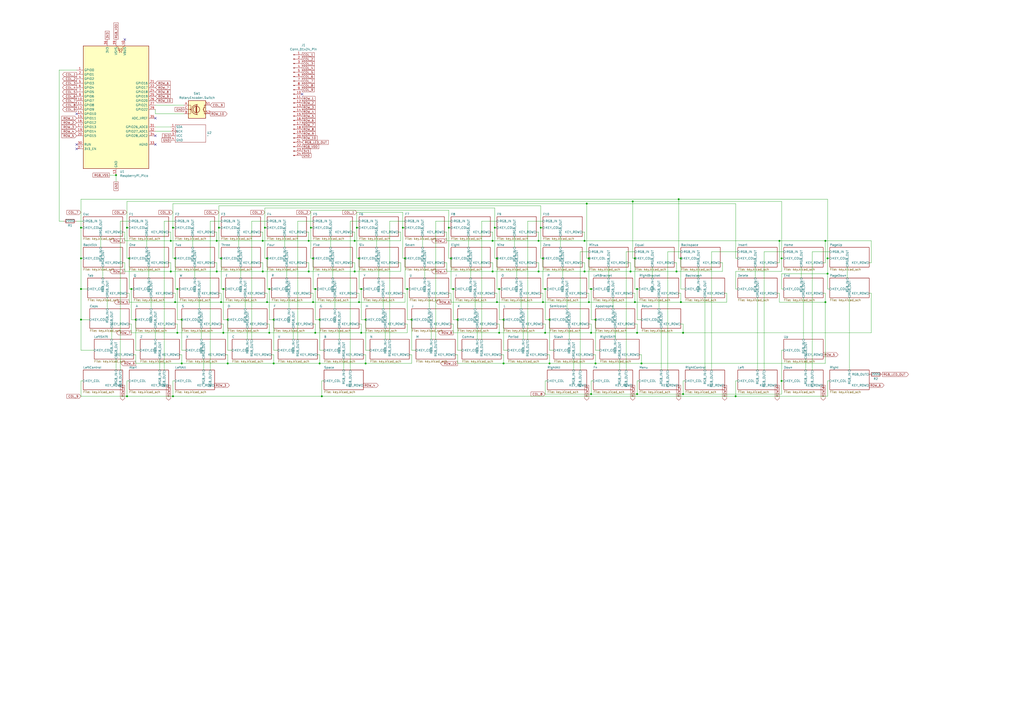
<source format=kicad_sch>
(kicad_sch (version 20231120) (generator "eeschema") (generator_version "8.0")
  (paper "A2")
  (title_block (title "DecentKL USB Keyboard") (date "2024-05-02") (rev "1") (company "Decent Consulting"))
  (junction (at 185.42 210.82))
  (junction (at 289.56 167.64))
  (junction (at 101.6 149.86))
  (junction (at 285.75 139.7))
  (junction (at 369.57 193.04))
  (junction (at 179.07 157.48))
  (junction (at 46.99 167.64))
  (junction (at 288.29 149.86))
  (junction (at 478.79 139.7))
  (junction (at 99.06 139.7))
  (junction (at 132.08 210.82))
  (junction (at 262.89 167.64))
  (junction (at 179.07 139.7))
  (junction (at 156.21 167.64))
  (junction (at 46.99 132.08))
  (junction (at 208.28 149.86))
  (junction (at 127 132.08))
  (junction (at 100.33 229.87))
  (junction (at 312.42 157.48))
  (junction (at 205.74 139.7))
  (junction (at 369.57 167.64))
  (junction (at 453.39 149.86))
  (junction (at 234.95 149.86))
  (junction (at 287.02 132.08))
  (junction (at 480.06 149.86))
  (junction (at 156.21 193.04))
  (junction (at 285.75 157.48))
  (junction (at 78.74 185.42))
  (junction (at 345.44 210.82))
  (junction (at 314.96 175.26))
  (junction (at 152.4 157.48))
  (junction (at 341.63 175.26))
  (junction (at 368.3 149.86))
  (junction (at 73.66 132.08))
  (junction (at 265.43 185.42))
  (junction (at 182.88 167.64))
  (junction (at 46.99 185.42))
  (junction (at 316.23 193.04))
  (junction (at 158.75 210.82))
  (junction (at 158.75 185.42))
  (junction (at 209.55 167.64))
  (junction (at 153.67 132.08))
  (junction (at 152.4 139.7))
  (junction (at 181.61 175.26))
  (junction (at 453.39 220.98))
  (junction (at 368.3 175.26))
  (junction (at 99.06 157.48))
  (junction (at 372.11 210.82))
  (junction (at 392.43 157.48))
  (junction (at 393.7 115.57))
  (junction (at 129.54 167.64))
  (junction (at 318.77 210.82))
  (junction (at 128.27 149.86))
  (junction (at 396.24 228.6))
  (junction (at 345.44 185.42))
  (junction (at 185.42 185.42))
  (junction (at 339.09 139.7))
  (junction (at 186.69 229.87))
  (junction (at 342.9 193.04))
  (junction (at 342.9 167.64))
  (junction (at 260.35 132.08))
  (junction (at 73.66 229.87))
  (junction (at 292.1 185.42))
  (junction (at 394.97 175.26))
  (junction (at 181.61 149.86))
  (junction (at 125.73 139.7))
  (junction (at 313.69 132.08))
  (junction (at 128.27 175.26))
  (junction (at 369.57 228.6))
  (junction (at 100.33 132.08))
  (junction (at 367.03 116.84))
  (junction (at 426.72 229.87))
  (junction (at 288.29 175.26))
  (junction (at 478.79 175.26))
  (junction (at 292.1 210.82))
  (junction (at 289.56 193.04))
  (junction (at 102.87 193.04))
  (junction (at 207.01 132.08))
  (junction (at 67.31 101.6))
  (junction (at 339.09 157.48))
  (junction (at 365.76 157.48))
  (junction (at 318.77 185.42))
  (junction (at 209.55 193.04))
  (junction (at 452.12 139.7))
  (junction (at 46.99 149.86))
  (junction (at 341.63 149.86))
  (junction (at 261.62 149.86))
  (junction (at 312.42 139.7))
  (junction (at 182.88 193.04))
  (junction (at 74.93 149.86))
  (junction (at 180.34 132.08))
  (junction (at 101.6 175.26))
  (junction (at 340.36 118.11))
  (junction (at 236.22 167.64))
  (junction (at 205.74 157.48))
  (junction (at 105.41 210.82))
  (junction (at 394.97 149.86))
  (junction (at 316.23 167.64))
  (junction (at 132.08 185.42))
  (junction (at 129.54 193.04))
  (junction (at 212.09 185.42))
  (junction (at 314.96 149.86))
  (junction (at 212.09 210.82))
  (junction (at 342.9 228.6))
  (junction (at 76.2 167.64))
  (junction (at 233.68 132.08))
  (junction (at 105.41 185.42))
  (junction (at 238.76 185.42))
  (junction (at 208.28 175.26))
  (junction (at 125.73 157.48))
  (junction (at 102.87 167.64))
  (junction (at 154.94 175.26))
  (junction (at 396.24 193.04))
  (junction (at 154.94 149.86))
  (junction (at 480.06 158.75))
  (no_connect (at 175.26 54.61))
  (no_connect (at 44.45 83.82))
  (no_connect (at 90.17 78.74))
  (no_connect (at 90.17 68.58))
  (no_connect (at 44.45 66.04))
  (no_connect (at 90.17 83.82))
  (no_connect (at 44.45 86.36))
  (no_connect (at 72.39 22.86))
  (wire (pts (xy 394.97 167.64) (xy 394.97 149.86)))
  (wire (pts (xy 480.06 220.98) (xy 481.33 220.98)))
  (wire (pts (xy 372.11 185.42) (xy 369.57 185.42)))
  (wire (pts (xy 505.46 170.18) (xy 505.46 193.04)))
  (wire (pts (xy 265.43 210.82) (xy 292.1 210.82)))
  (wire (pts (xy 337.82 152.4) (xy 339.09 152.4)))
  (wire (pts (xy 172.72 128.27) (xy 181.61 128.27)))
  (wire (pts (xy 232.41 157.48) (xy 205.74 157.48)))
  (wire (pts (xy 100.33 132.08) (xy 101.6 132.08)))
  (wire (pts (xy 69.85 128.27) (xy 74.93 128.27)))
  (wire (pts (xy 452.12 170.18) (xy 452.12 175.26)))
  (wire (pts (xy 412.75 214.63) (xy 412.75 146.05)))
  (wire (pts (xy 102.87 167.64) (xy 101.6 167.64)))
  (wire (pts (xy 478.79 139.7) (xy 452.12 139.7)))
  (wire (pts (xy 265.43 205.74) (xy 265.43 210.82)))
  (wire (pts (xy 199.39 208.28) (xy 199.39 214.63)))
  (wire (pts (xy 480.06 149.86) (xy 481.33 149.86)))
  (wire (pts (xy 262.89 193.04) (xy 289.56 193.04)))
  (wire (pts (xy 128.27 170.18) (xy 128.27 175.26)))
  (wire (pts (xy 339.09 157.48) (xy 312.42 157.48)))
  (wire (pts (xy 100.33 118.11) (xy 340.36 118.11)))
  (wire (pts (xy 129.54 185.42) (xy 132.08 185.42)))
  (wire (pts (xy 232.41 139.7) (xy 232.41 134.62)))
  (wire (pts (xy 166.37 154.94) (xy 166.37 161.29)))
  (wire (pts (xy 180.34 121.92) (xy 260.35 121.92)))
  (wire (pts (xy 313.69 170.18) (xy 314.96 170.18)))
  (wire (pts (xy 316.23 167.64) (xy 314.96 167.64)))
  (wire (pts (xy 238.76 185.42) (xy 236.22 185.42)))
  (wire (pts (xy 132.08 205.74) (xy 132.08 210.82)))
  (wire (pts (xy 419.1 157.48) (xy 392.43 157.48)))
  (wire (pts (xy 265.43 185.42) (xy 262.89 185.42)))
  (wire (pts (xy 102.87 185.42) (xy 102.87 167.64)))
  (wire (pts (xy 54.61 203.2) (xy 46.99 203.2)))
  (wire (pts (xy 279.4 128.27) (xy 288.29 128.27)))
  (wire (pts (xy 90.17 76.2) (xy 99.06 76.2)))
  (wire (pts (xy 74.93 220.98) (xy 73.66 220.98)))
  (wire (pts (xy 182.88 185.42) (xy 182.88 167.64)))
  (wire (pts (xy 214.63 203.2) (xy 212.09 203.2)))
  (wire (pts (xy 341.63 167.64) (xy 341.63 149.86)))
  (wire (pts (xy 180.34 132.08) (xy 180.34 121.92)))
  (wire (pts (xy 125.73 139.7) (xy 152.4 139.7)))
  (wire (pts (xy 90.17 66.04) (xy 106.68 66.04)))
  (wire (pts (xy 100.33 149.86) (xy 100.33 132.08)))
  (wire (pts (xy 210.82 205.74) (xy 212.09 205.74)))
  (wire (pts (xy 284.48 134.62) (xy 285.75 134.62)))
  (wire (pts (xy 156.21 167.64) (xy 154.94 167.64)))
  (wire (pts (xy 182.88 193.04) (xy 209.55 193.04)))
  (wire (pts (xy 81.28 203.2) (xy 78.74 203.2)))
  (wire (pts (xy 46.99 229.87) (xy 73.66 229.87)))
  (wire (pts (xy 504.19 152.4) (xy 505.46 152.4)))
  (wire (pts (xy 72.39 157.48) (xy 99.06 157.48)))
  (wire (pts (xy 152.4 139.7) (xy 179.07 139.7)))
  (wire (pts (xy 46.99 220.98) (xy 46.99 229.87)))
  (wire (pts (xy 179.07 152.4) (xy 179.07 157.48)))
  (wire (pts (xy 63.5 101.6) (xy 67.31 101.6)))
  (wire (pts (xy 218.44 137.16) (xy 218.44 143.51)))
  (wire (pts (xy 369.57 220.98) (xy 369.57 228.6)))
  (wire (pts (xy 212.09 210.82) (xy 238.76 210.82)))
  (wire (pts (xy 113.03 154.94) (xy 113.03 161.29)))
  (wire (pts (xy 129.54 167.64) (xy 128.27 167.64)))
  (wire (pts (xy 208.28 187.96) (xy 209.55 187.96)))
  (wire (pts (xy 151.13 134.62) (xy 152.4 134.62)))
  (wire (pts (xy 369.57 187.96) (xy 369.57 193.04)))
  (wire (pts (xy 372.11 205.74) (xy 370.84 205.74)))
  (wire (pts (xy 505.46 139.7) (xy 478.79 139.7)))
  (wire (pts (xy 326.39 154.94) (xy 326.39 161.29)))
  (wire (pts (xy 69.85 214.63) (xy 69.85 128.27)))
  (wire (pts (xy 72.39 134.62) (xy 72.39 139.7)))
  (wire (pts (xy 345.44 203.2) (xy 345.44 185.42)))
  (wire (pts (xy 312.42 157.48) (xy 285.75 157.48)))
  (wire (pts (xy 450.85 152.4) (xy 452.12 152.4)))
  (wire (pts (xy 284.48 152.4) (xy 285.75 152.4)))
  (wire (pts (xy 491.49 154.94) (xy 491.49 161.29)))
  (wire (pts (xy 207.01 123.19) (xy 233.68 123.19)))
  (wire (pts (xy 369.57 167.64) (xy 368.3 167.64)))
  (wire (pts (xy 290.83 205.74) (xy 292.1 205.74)))
  (wire (pts (xy 101.6 167.64) (xy 101.6 149.86)))
  (wire (pts (xy 181.61 175.26) (xy 208.28 175.26)))
  (wire (pts (xy 397.51 167.64) (xy 394.97 167.64)))
  (wire (pts (xy 161.29 203.2) (xy 158.75 203.2)))
  (wire (pts (xy 157.48 167.64) (xy 156.21 167.64)))
  (wire (pts (xy 236.22 167.64) (xy 234.95 167.64)))
  (wire (pts (xy 443.23 146.05) (xy 454.66 146.05)))
  (wire (pts (xy 387.35 214.63) (xy 387.35 146.05)))
  (wire (pts (xy 303.53 190.5) (xy 303.53 196.85)))
  (wire (pts (xy 287.02 149.86) (xy 287.02 132.08)))
  (wire (pts (xy 46.99 132.08) (xy 46.99 115.57)))
  (wire (pts (xy 345.44 205.74) (xy 345.44 210.82)))
  (wire (pts (xy 393.7 149.86) (xy 394.97 149.86)))
  (wire (pts (xy 101.6 149.86) (xy 100.33 149.86)))
  (wire (pts (xy 391.16 152.4) (xy 392.43 152.4)))
  (wire (pts (xy 439.42 172.72) (xy 439.42 214.63)))
  (wire (pts (xy 127 132.08) (xy 128.27 132.08)))
  (wire (pts (xy 347.98 203.2) (xy 345.44 203.2)))
  (wire (pts (xy 264.16 167.64) (xy 262.89 167.64)))
  (wire (pts (xy 177.8 152.4) (xy 179.07 152.4)))
  (wire (pts (xy 193.04 154.94) (xy 193.04 161.29)))
  (wire (pts (xy 267.97 203.2) (xy 265.43 203.2)))
  (wire (pts (xy 339.09 134.62) (xy 337.82 134.62)))
  (wire (pts (xy 427.99 220.98) (xy 426.72 220.98)))
  (wire (pts (xy 100.33 132.08) (xy 100.33 118.11)))
  (wire (pts (xy 481.33 167.64) (xy 480.06 167.64)))
  (wire (pts (xy 396.24 193.04) (xy 396.24 187.96)))
  (wire (pts (xy 262.89 185.42) (xy 262.89 167.64)))
  (wire (pts (xy 259.08 134.62) (xy 259.08 139.7)))
  (wire (pts (xy 260.35 149.86) (xy 260.35 132.08)))
  (wire (pts (xy 104.14 167.64) (xy 102.87 167.64)))
  (wire (pts (xy 426.72 149.86) (xy 427.99 149.86)))
  (wire (pts (xy 132.08 203.2) (xy 132.08 185.42)))
  (wire (pts (xy 208.28 132.08) (xy 207.01 132.08)))
  (wire (pts (xy 153.67 170.18) (xy 154.94 170.18)))
  (wire (pts (xy 236.22 185.42) (xy 236.22 167.64)))
  (wire (pts (xy 330.2 190.5) (xy 330.2 196.85)))
  (wire (pts (xy 477.52 152.4) (xy 478.79 152.4)))
  (wire (pts (xy 100.33 229.87) (xy 186.69 229.87)))
  (wire (pts (xy 426.72 167.64) (xy 426.72 157.48)))
  (wire (pts (xy 182.88 187.96) (xy 182.88 193.04)))
  (wire (pts (xy 273.05 154.94) (xy 273.05 161.29)))
  (wire (pts (xy 158.75 203.2) (xy 158.75 185.42)))
  (wire (pts (xy 412.75 146.05) (xy 427.99 146.05)))
  (wire (pts (xy 165.1 137.16) (xy 165.1 143.51)))
  (wire (pts (xy 156.21 187.96) (xy 156.21 193.04)))
  (wire (pts (xy 339.09 139.7) (xy 339.09 134.62)))
  (wire (pts (xy 78.74 185.42) (xy 76.2 185.42)))
  (wire (pts (xy 363.22 214.63) (xy 363.22 146.05)))
  (wire (pts (xy 74.93 170.18) (xy 74.93 175.26)))
  (wire (pts (xy 340.36 170.18) (xy 341.63 170.18)))
  (wire (pts (xy 285.75 157.48) (xy 259.08 157.48)))
  (wire (pts (xy 382.27 172.72) (xy 382.27 179.07)))
  (wire (pts (xy 313.69 119.38) (xy 127 119.38)))
  (wire (pts (xy 74.93 175.26) (xy 101.6 175.26)))
  (wire (pts (xy 187.96 203.2) (xy 185.42 203.2)))
  (wire (pts (xy 72.39 152.4) (xy 72.39 157.48)))
  (wire (pts (xy 369.57 193.04) (xy 396.24 193.04)))
  (wire (pts (xy 453.39 157.48) (xy 453.39 149.86)))
  (wire (pts (xy 453.39 149.86) (xy 454.66 149.86)))
  (wire (pts (xy 342.9 220.98) (xy 342.9 228.6)))
  (wire (pts (xy 453.39 203.2) (xy 453.39 220.98)))
  (wire (pts (xy 182.88 167.64) (xy 181.61 167.64)))
  (wire (pts (xy 289.56 193.04) (xy 316.23 193.04)))
  (wire (pts (xy 172.72 196.85) (xy 172.72 128.27)))
  (wire (pts (xy 289.56 167.64) (xy 288.29 167.64)))
  (wire (pts (xy 318.77 203.2) (xy 318.77 185.42)))
  (wire (pts (xy 154.94 149.86) (xy 153.67 149.86)))
  (wire (pts (xy 107.95 203.2) (xy 105.41 203.2)))
  (wire (pts (xy 393.7 115.57) (xy 393.7 149.86)))
  (wire (pts (xy 179.07 139.7) (xy 205.74 139.7)))
  (wire (pts (xy 260.35 170.18) (xy 261.62 170.18)))
  (wire (pts (xy 261.62 167.64) (xy 261.62 149.86)))
  (wire (pts (xy 185.42 210.82) (xy 212.09 210.82)))
  (wire (pts (xy 196.85 190.5) (xy 196.85 196.85)))
  (wire (pts (xy 252.73 196.85) (xy 252.73 128.27)))
  (wire (pts (xy 170.18 190.5) (xy 170.18 196.85)))
  (wire (pts (xy 73.66 132.08) (xy 74.93 132.08)))
  (wire (pts (xy 209.55 187.96) (xy 209.55 193.04)))
  (wire (pts (xy 34.29 40.64) (xy 34.29 128.27)))
  (wire (pts (xy 372.11 210.82) (xy 372.11 205.74)))
  (wire (pts (xy 121.92 128.27) (xy 128.27 128.27)))
  (wire (pts (xy 394.97 175.26) (xy 421.64 175.26)))
  (wire (pts (xy 426.72 157.48) (xy 453.39 157.48)))
  (wire (pts (xy 154.94 175.26) (xy 181.61 175.26)))
  (wire (pts (xy 154.94 187.96) (xy 156.21 187.96)))
  (wire (pts (xy 74.93 167.64) (xy 76.2 167.64)))
  (wire (pts (xy 288.29 167.64) (xy 288.29 149.86)))
  (wire (pts (xy 130.81 167.64) (xy 129.54 167.64)))
  (wire (pts (xy 341.63 175.26) (xy 368.3 175.26)))
  (wire (pts (xy 74.93 187.96) (xy 76.2 187.96)))
  (wire (pts (xy 105.41 205.74) (xy 105.41 210.82)))
  (wire (pts (xy 179.07 134.62) (xy 179.07 139.7)))
  (wire (pts (xy 209.55 193.04) (xy 236.22 193.04)))
  (wire (pts (xy 454.66 167.64) (xy 453.39 167.64)))
  (wire (pts (xy 77.47 205.74) (xy 78.74 205.74)))
  (wire (pts (xy 46.99 203.2) (xy 46.99 185.42)))
  (wire (pts (xy 238.76 205.74) (xy 237.49 205.74)))
  (wire (pts (xy 90.17 190.5) (xy 90.17 196.85)))
  (wire (pts (xy 318.77 205.74) (xy 318.77 210.82)))
  (wire (pts (xy 367.03 170.18) (xy 368.3 170.18)))
  (wire (pts (xy 100.33 170.18) (xy 101.6 170.18)))
  (wire (pts (xy 368.3 170.18) (xy 368.3 175.26)))
  (wire (pts (xy 478.79 175.26) (xy 478.79 170.18)))
  (wire (pts (xy 340.36 118.11) (xy 340.36 149.86)))
  (wire (pts (xy 234.95 175.26) (xy 234.95 170.18)))
  (wire (pts (xy 231.14 152.4) (xy 232.41 152.4)))
  (wire (pts (xy 102.87 187.96) (xy 102.87 193.04)))
  (wire (pts (xy 139.7 154.94) (xy 139.7 161.29)))
  (wire (pts (xy 128.27 167.64) (xy 128.27 149.86)))
  (wire (pts (xy 181.61 167.64) (xy 181.61 149.86)))
  (wire (pts (xy 396.24 187.96) (xy 394.97 187.96)))
  (wire (pts (xy 116.84 190.5) (xy 116.84 196.85)))
  (wire (pts (xy 129.54 167.64) (xy 129.54 185.42)))
  (wire (pts (xy 505.46 193.04) (xy 396.24 193.04)))
  (wire (pts (xy 408.94 172.72) (xy 408.94 214.63)))
  (wire (pts (xy 245.11 137.16) (xy 245.11 143.51)))
  (wire (pts (xy 292.1 203.2) (xy 292.1 185.42)))
  (wire (pts (xy 306.07 196.85) (xy 306.07 128.27)))
  (wire (pts (xy 316.23 220.98) (xy 316.23 228.6)))
  (wire (pts (xy 208.28 167.64) (xy 208.28 149.86)))
  (wire (pts (xy 466.09 172.72) (xy 466.09 196.85)))
  (wire (pts (xy 158.75 205.74) (xy 158.75 210.82)))
  (wire (pts (xy 58.42 137.16) (xy 58.42 143.51)))
  (wire (pts (xy 146.05 128.27) (xy 154.94 128.27)))
  (wire (pts (xy 152.4 134.62) (xy 152.4 139.7)))
  (wire (pts (xy 46.99 132.08) (xy 46.99 149.86)))
  (wire (pts (xy 294.64 203.2) (xy 292.1 203.2)))
  (wire (pts (xy 151.13 152.4) (xy 152.4 152.4)))
  (wire (pts (xy 285.75 134.62) (xy 285.75 139.7)))
  (wire (pts (xy 312.42 134.62) (xy 312.42 139.7)))
  (wire (pts (xy 298.45 137.16) (xy 298.45 143.51)))
  (wire (pts (xy 260.35 121.92) (xy 260.35 132.08)))
  (wire (pts (xy 152.4 152.4) (xy 152.4 157.48)))
  (wire (pts (xy 44.45 40.64) (xy 34.29 40.64)))
  (wire (pts (xy 99.06 139.7) (xy 125.73 139.7)))
  (wire (pts (xy 105.41 185.42) (xy 102.87 185.42)))
  (wire (pts (xy 342.9 193.04) (xy 369.57 193.04)))
  (wire (pts (xy 453.39 167.64) (xy 453.39 158.75)))
  (wire (pts (xy 287.02 132.08) (xy 288.29 132.08)))
  (wire (pts (xy 64.77 190.5) (xy 64.77 196.85)))
  (wire (pts (xy 138.43 137.16) (xy 138.43 143.51)))
  (wire (pts (xy 180.34 149.86) (xy 180.34 132.08)))
  (wire (pts (xy 85.09 137.16) (xy 85.09 143.51)))
  (wire (pts (xy 179.07 157.48) (xy 152.4 157.48)))
  (wire (pts (xy 72.39 139.7) (xy 99.06 139.7)))
  (wire (pts (xy 101.6 170.18) (xy 101.6 175.26)))
  (wire (pts (xy 95.25 128.27) (xy 101.6 128.27)))
  (wire (pts (xy 426.72 118.11) (xy 340.36 118.11)))
  (wire (pts (xy 180.34 170.18) (xy 181.61 170.18)))
  (wire (pts (xy 205.74 152.4) (xy 205.74 157.48)))
  (wire (pts (xy 314.96 170.18) (xy 314.96 175.26)))
  (wire (pts (xy 62.23 172.72) (xy 62.23 179.07)))
  (wire (pts (xy 341.63 170.18) (xy 341.63 175.26)))
  (wire (pts (xy 344.17 220.98) (xy 342.9 220.98)))
  (wire (pts (xy 212.09 203.2) (xy 212.09 185.42)))
  (wire (pts (xy 153.67 149.86) (xy 153.67 132.08)))
  (wire (pts (xy 292.1 205.74) (xy 292.1 210.82)))
  (wire (pts (xy 127 170.18) (xy 128.27 170.18)))
  (wire (pts (xy 48.26 220.98) (xy 46.99 220.98)))
  (wire (pts (xy 292.1 210.82) (xy 318.77 210.82)))
  (wire (pts (xy 154.94 167.64) (xy 154.94 149.86)))
  (wire (pts (xy 311.15 152.4) (xy 312.42 152.4)))
  (wire (pts (xy 44.45 128.27) (xy 48.26 128.27)))
  (wire (pts (xy 181.61 187.96) (xy 182.88 187.96)))
  (wire (pts (xy 105.41 210.82) (xy 132.08 210.82)))
  (wire (pts (xy 185.42 203.2) (xy 185.42 185.42)))
  (wire (pts (xy 426.72 220.98) (xy 426.72 229.87)))
  (wire (pts (xy 471.17 146.05) (xy 481.33 146.05)))
  (wire (pts (xy 336.55 146.05) (xy 341.63 146.05)))
  (wire (pts (xy 71.12 134.62) (xy 72.39 134.62)))
  (wire (pts (xy 204.47 152.4) (xy 205.74 152.4)))
  (wire (pts (xy 97.79 152.4) (xy 99.06 152.4)))
  (wire (pts (xy 311.15 134.62) (xy 312.42 134.62)))
  (wire (pts (xy 275.59 172.72) (xy 275.59 179.07)))
  (wire (pts (xy 368.3 175.26) (xy 394.97 175.26)))
  (wire (pts (xy 344.17 205.74) (xy 345.44 205.74)))
  (wire (pts (xy 312.42 152.4) (xy 312.42 157.48)))
  (wire (pts (xy 130.81 205.74) (xy 132.08 205.74)))
  (wire (pts (xy 454.66 220.98) (xy 453.39 220.98)))
  (wire (pts (xy 181.61 170.18) (xy 181.61 175.26)))
  (wire (pts (xy 90.17 73.66) (xy 99.06 73.66)))
  (wire (pts (xy 232.41 134.62) (xy 231.14 134.62)))
  (wire (pts (xy 285.75 152.4) (xy 285.75 157.48)))
  (wire (pts (xy 233.68 123.19) (xy 233.68 132.08)))
  (wire (pts (xy 177.8 134.62) (xy 179.07 134.62)))
  (wire (pts (xy 342.9 185.42) (xy 342.9 167.64)))
  (wire (pts (xy 46.99 149.86) (xy 48.26 149.86)))
  (wire (pts (xy 356.87 190.5) (xy 356.87 196.85)))
  (wire (pts (xy 316.23 228.6) (xy 342.9 228.6)))
  (wire (pts (xy 452.12 139.7) (xy 339.09 139.7)))
  (wire (pts (xy 317.5 205.74) (xy 318.77 205.74)))
  (wire (pts (xy 102.87 193.04) (xy 129.54 193.04)))
  (wire (pts (xy 48.26 132.08) (xy 46.99 132.08)))
  (wire (pts (xy 453.39 149.86) (xy 453.39 116.84)))
  (wire (pts (xy 464.82 154.94) (xy 464.82 161.29)))
  (wire (pts (xy 279.4 196.85) (xy 279.4 128.27)))
  (wire (pts (xy 306.07 128.27) (xy 314.96 128.27)))
  (wire (pts (xy 87.63 172.72) (xy 87.63 179.07)))
  (wire (pts (xy 146.05 196.85) (xy 146.05 128.27)))
  (wire (pts (xy 127 149.86) (xy 127 132.08)))
  (wire (pts (xy 369.57 228.6) (xy 396.24 228.6)))
  (wire (pts (xy 353.06 154.94) (xy 353.06 161.29)))
  (wire (pts (xy 153.67 120.65) (xy 153.67 132.08)))
  (wire (pts (xy 480.06 115.57) (xy 393.7 115.57)))
  (wire (pts (xy 370.84 167.64) (xy 369.57 167.64)))
  (wire (pts (xy 180.34 132.08) (xy 181.61 132.08)))
  (wire (pts (xy 421.64 170.18) (xy 420.37 170.18)))
  (wire (pts (xy 467.36 208.28) (xy 467.36 214.63)))
  (wire (pts (xy 76.2 193.04) (xy 102.87 193.04)))
  (wire (pts (xy 250.19 190.5) (xy 250.19 196.85)))
  (wire (pts (xy 252.73 128.27) (xy 261.62 128.27)))
  (wire (pts (xy 369.57 185.42) (xy 369.57 167.64)))
  (wire (pts (xy 99.06 157.48) (xy 125.73 157.48)))
  (wire (pts (xy 264.16 205.74) (xy 265.43 205.74)))
  (wire (pts (xy 478.79 170.18) (xy 477.52 170.18)))
  (wire (pts (xy 219.71 154.94) (xy 219.71 161.29)))
  (wire (pts (xy 299.72 154.94) (xy 299.72 161.29)))
  (wire (pts (xy 261.62 149.86) (xy 260.35 149.86)))
  (wire (pts (xy 185.42 185.42) (xy 182.88 185.42)))
  (wire (pts (xy 73.66 229.87) (xy 100.33 229.87)))
  (wire (pts (xy 236.22 193.04) (xy 236.22 187.96)))
  (wire (pts (xy 288.29 149.86) (xy 287.02 149.86)))
  (wire (pts (xy 234.95 132.08) (xy 233.68 132.08)))
  (wire (pts (xy 427.99 167.64) (xy 426.72 167.64)))
  (wire (pts (xy 262.89 167.64) (xy 261.62 167.64)))
  (wire (pts (xy 453.39 220.98) (xy 453.39 228.6)))
  (wire (pts (xy 287.02 132.08) (xy 287.02 120.65)))
  (wire (pts (xy 127 119.38) (xy 127 132.08)))
  (wire (pts (xy 396.24 228.6) (xy 396.24 220.98)))
  (wire (pts (xy 207.01 170.18) (xy 208.28 170.18)))
  (wire (pts (xy 262.89 187.96) (xy 262.89 193.04)))
  (wire (pts (xy 184.15 167.64) (xy 182.88 167.64)))
  (wire (pts (xy 419.1 152.4) (xy 419.1 157.48)))
  (wire (pts (xy 332.74 208.28) (xy 332.74 214.63)))
  (wire (pts (xy 71.12 152.4) (xy 72.39 152.4)))
  (wire (pts (xy 504.19 170.18) (xy 505.46 170.18)))
  (wire (pts (xy 152.4 157.48) (xy 125.73 157.48)))
  (wire (pts (xy 46.99 115.57) (xy 393.7 115.57)))
  (wire (pts (xy 128.27 175.26) (xy 154.94 175.26)))
  (wire (pts (xy 67.31 101.6) (xy 67.31 105.41)))
  (wire (pts (xy 203.2 214.63) (xy 203.2 128.27)))
  (wire (pts (xy 101.6 175.26) (xy 128.27 175.26)))
  (wire (pts (xy 392.43 152.4) (xy 392.43 157.48)))
  (wire (pts (xy 370.84 220.98) (xy 369.57 220.98)))
  (wire (pts (xy 153.67 132.08) (xy 154.94 132.08)))
  (wire (pts (xy 317.5 220.98) (xy 316.23 220.98)))
  (wire (pts (xy 234.95 170.18) (xy 233.68 170.18)))
  (wire (pts (xy 124.46 134.62) (xy 125.73 134.62)))
  (wire (pts (xy 99.06 152.4) (xy 99.06 157.48)))
  (wire (pts (xy 78.74 203.2) (xy 78.74 185.42)))
  (wire (pts (xy 226.06 196.85) (xy 226.06 128.27)))
  (wire (pts (xy 194.31 172.72) (xy 194.31 179.07)))
  (wire (pts (xy 76.2 187.96) (xy 76.2 193.04)))
  (wire (pts (xy 478.79 210.82) (xy 478.79 175.26)))
  (wire (pts (xy 90.17 60.96) (xy 106.68 60.96)))
  (wire (pts (xy 364.49 152.4) (xy 365.76 152.4)))
  (wire (pts (xy 208.28 175.26) (xy 234.95 175.26)))
  (wire (pts (xy 157.48 205.74) (xy 158.75 205.74)))
  (wire (pts (xy 492.76 172.72) (xy 492.76 214.63)))
  (wire (pts (xy 314.96 187.96) (xy 316.23 187.96)))
  (wire (pts (xy 143.51 190.5) (xy 143.51 196.85)))
  (wire (pts (xy 115.57 172.72) (xy 115.57 179.07)))
  (wire (pts (xy 345.44 185.42) (xy 342.9 185.42)))
  (wire (pts (xy 204.47 134.62) (xy 205.74 134.62)))
  (wire (pts (xy 156.21 193.04) (xy 182.88 193.04)))
  (wire (pts (xy 238.76 203.2) (xy 238.76 185.42)))
  (wire (pts (xy 261.62 175.26) (xy 288.29 175.26)))
  (wire (pts (xy 52.07 185.42) (xy 46.99 185.42)))
  (wire (pts (xy 167.64 172.72) (xy 167.64 179.07)))
  (wire (pts (xy 158.75 210.82) (xy 185.42 210.82)))
  (wire (pts (xy 232.41 152.4) (xy 232.41 157.48)))
  (wire (pts (xy 261.62 187.96) (xy 262.89 187.96)))
  (wire (pts (xy 316.23 193.04) (xy 342.9 193.04)))
  (wire (pts (xy 209.55 167.64) (xy 208.28 167.64)))
  (wire (pts (xy 328.93 172.72) (xy 328.93 179.07)))
  (wire (pts (xy 471.17 214.63) (xy 471.17 146.05)))
  (wire (pts (xy 289.56 187.96) (xy 289.56 193.04)))
  (wire (pts (xy 443.23 214.63) (xy 443.23 146.05)))
  (wire (pts (xy 314.96 167.64) (xy 314.96 149.86)))
  (wire (pts (xy 387.35 146.05) (xy 394.97 146.05)))
  (wire (pts (xy 142.24 172.72) (xy 142.24 179.07)))
  (wire (pts (xy 207.01 132.08) (xy 207.01 149.86)))
  (wire (pts (xy 185.42 205.74) (xy 185.42 210.82)))
  (wire (pts (xy 86.36 154.94) (xy 86.36 161.29)))
  (wire (pts (xy 290.83 167.64) (xy 289.56 167.64)))
  (wire (pts (xy 73.66 149.86) (xy 73.66 132.08)))
  (wire (pts (xy 336.55 214.63) (xy 336.55 146.05)))
  (wire (pts (xy 111.76 137.16) (xy 111.76 143.51)))
  (wire (pts (xy 453.39 158.75) (xy 480.06 158.75)))
  (wire (pts (xy 134.62 203.2) (xy 132.08 203.2)))
  (wire (pts (xy 90.17 63.5) (xy 90.17 66.04)))
  (wire (pts (xy 186.69 220.98) (xy 187.96 220.98)))
  (wire (pts (xy 265.43 203.2) (xy 265.43 185.42)))
  (wire (pts (xy 480.06 149.86) (xy 480.06 115.57)))
  (wire (pts (xy 341.63 187.96) (xy 342.9 187.96)))
  (wire (pts (xy 340.36 149.86) (xy 341.63 149.86)))
  (wire (pts (xy 236.22 187.96) (xy 234.95 187.96)))
  (wire (pts (xy 46.99 185.42) (xy 46.99 167.64)))
  (wire (pts (xy 78.74 210.82) (xy 105.41 210.82)))
  (wire (pts (xy 74.93 149.86) (xy 73.66 149.86)))
  (wire (pts (xy 480.06 220.98) (xy 480.06 229.87)))
  (wire (pts (xy 125.73 134.62) (xy 125.73 139.7)))
  (wire (pts (xy 363.22 146.05) (xy 368.3 146.05)))
  (wire (pts (xy 342.9 187.96) (xy 342.9 193.04)))
  (wire (pts (xy 212.09 185.42) (xy 209.55 185.42)))
  (wire (pts (xy 184.15 205.74) (xy 185.42 205.74)))
  (wire (pts (xy 73.66 132.08) (xy 73.66 116.84)))
  (wire (pts (xy 314.96 149.86) (xy 313.69 149.86)))
  (wire (pts (xy 118.11 208.28) (xy 118.11 214.63)))
  (wire (pts (xy 129.54 193.04) (xy 156.21 193.04)))
  (wire (pts (xy 452.12 152.4) (xy 452.12 139.7)))
  (wire (pts (xy 73.66 170.18) (xy 74.93 170.18)))
  (wire (pts (xy 101.6 187.96) (xy 102.87 187.96)))
  (wire (pts (xy 238.76 210.82) (xy 238.76 205.74)))
  (wire (pts (xy 76.2 185.42) (xy 76.2 167.64)))
  (wire (pts (xy 421.64 175.26) (xy 421.64 170.18)))
  (wire (pts (xy 365.76 152.4) (xy 365.76 157.48)))
  (wire (pts (xy 154.94 170.18) (xy 154.94 175.26)))
  (wire (pts (xy 205.74 134.62) (xy 205.74 139.7)))
  (wire (pts (xy 59.69 154.94) (xy 59.69 161.29)))
  (wire (pts (xy 207.01 132.08) (xy 207.01 123.19)))
  (wire (pts (xy 222.25 172.72) (xy 222.25 179.07)))
  (wire (pts (xy 302.26 172.72) (xy 302.26 179.07)))
  (wire (pts (xy 124.46 152.4) (xy 125.73 152.4)))
  (wire (pts (xy 97.79 134.62) (xy 99.06 134.62)))
  (wire (pts (xy 453.39 116.84) (xy 367.03 116.84)))
  (wire (pts (xy 128.27 187.96) (xy 129.54 187.96)))
  (wire (pts (xy 73.66 220.98) (xy 73.66 229.87)))
  (wire (pts (xy 67.31 208.28) (xy 67.31 214.63)))
  (wire (pts (xy 208.28 170.18) (xy 208.28 175.26)))
  (wire (pts (xy 223.52 190.5) (xy 223.52 196.85)))
  (wire (pts (xy 417.83 152.4) (xy 419.1 152.4)))
  (wire (pts (xy 313.69 132.08) (xy 313.69 119.38)))
  (wire (pts (xy 191.77 137.16) (xy 191.77 143.51)))
  (wire (pts (xy 367.03 116.84) (xy 367.03 149.86)))
  (wire (pts (xy 261.62 170.18) (xy 261.62 175.26)))
  (wire (pts (xy 226.06 128.27) (xy 234.95 128.27)))
  (wire (pts (xy 478.79 152.4) (xy 478.79 139.7)))
  (wire (pts (xy 156.21 185.42) (xy 156.21 167.64)))
  (wire (pts (xy 210.82 167.64) (xy 209.55 167.64)))
  (wire (pts (xy 393.7 170.18) (xy 394.97 170.18)))
  (wire (pts (xy 314.96 175.26) (xy 341.63 175.26)))
  (wire (pts (xy 271.78 137.16) (xy 271.78 143.51)))
  (wire (pts (xy 318.77 210.82) (xy 345.44 210.82)))
  (wire (pts (xy 505.46 152.4) (xy 505.46 139.7)))
  (wire (pts (xy 209.55 185.42) (xy 209.55 167.64)))
  (wire (pts (xy 288.29 170.18) (xy 288.29 175.26)))
  (wire (pts (xy 121.92 214.63) (xy 121.92 128.27)))
  (wire (pts (xy 186.69 229.87) (xy 186.69 220.98)))
  (wire (pts (xy 287.02 170.18) (xy 288.29 170.18)))
  (wire (pts (xy 342.9 228.6) (xy 369.57 228.6)))
  (wire (pts (xy 426.72 229.87) (xy 186.69 229.87)))
  (wire (pts (xy 50.8 167.64) (xy 46.99 167.64)))
  (wire (pts (xy 246.38 154.94) (xy 246.38 161.29)))
  (wire (pts (xy 368.3 187.96) (xy 369.57 187.96)))
  (wire (pts (xy 233.68 149.86) (xy 234.95 149.86)))
  (wire (pts (xy 453.39 228.6) (xy 396.24 228.6)))
  (wire (pts (xy 101.6 220.98) (xy 100.33 220.98)))
  (wire (pts (xy 233.68 132.08) (xy 233.68 149.86)))
  (wire (pts (xy 100.33 220.98) (xy 100.33 229.87)))
  (wire (pts (xy 339.09 152.4) (xy 339.09 157.48)))
  (wire (pts (xy 104.14 205.74) (xy 105.41 205.74)))
  (wire (pts (xy 207.01 149.86) (xy 208.28 149.86)))
  (wire (pts (xy 259.08 152.4) (xy 257.81 152.4)))
  (wire (pts (xy 426.72 149.86) (xy 426.72 118.11)))
  (wire (pts (xy 234.95 167.64) (xy 234.95 149.86)))
  (wire (pts (xy 480.06 149.86) (xy 480.06 158.75)))
  (wire (pts (xy 378.46 154.94) (xy 378.46 161.29)))
  (wire (pts (xy 237.49 167.64) (xy 236.22 167.64)))
  (wire (pts (xy 383.54 190.5) (xy 383.54 214.63)))
  (wire (pts (xy 438.15 154.94) (xy 438.15 161.29)))
  (wire (pts (xy 368.3 167.64) (xy 368.3 149.86)))
  (wire (pts (xy 292.1 185.42) (xy 289.56 185.42)))
  (wire (pts (xy 241.3 203.2) (xy 238.76 203.2)))
  (wire (pts (xy 95.25 214.63) (xy 95.25 128.27)))
  (wire (pts (xy 342.9 167.64) (xy 341.63 167.64)))
  (wire (pts (xy 259.08 139.7) (xy 285.75 139.7)))
  (wire (pts (xy 105.41 203.2) (xy 105.41 185.42)))
  (wire (pts (xy 405.13 154.94) (xy 405.13 161.29)))
  (wire (pts (xy 321.31 203.2) (xy 318.77 203.2)))
  (wire (pts (xy 359.41 208.28) (xy 359.41 214.63)))
  (wire (pts (xy 480.06 158.75) (xy 480.06 167.64)))
  (wire (pts (xy 392.43 157.48) (xy 365.76 157.48)))
  (wire (pts (xy 125.73 152.4) (xy 125.73 157.48)))
  (wire (pts (xy 288.29 175.26) (xy 314.96 175.26)))
  (wire (pts (xy 367.03 149.86) (xy 368.3 149.86)))
  (wire (pts (xy 316.23 187.96) (xy 316.23 193.04)))
  (wire (pts (xy 288.29 187.96) (xy 289.56 187.96)))
  (wire (pts (xy 285.75 139.7) (xy 312.42 139.7)))
  (wire (pts (xy 74.93 149.86) (xy 74.93 167.64)))
  (wire (pts (xy 345.44 210.82) (xy 372.11 210.82)))
  (wire (pts (xy 317.5 167.64) (xy 316.23 167.64)))
  (wire (pts (xy 325.12 137.16) (xy 325.12 143.51)))
  (wire (pts (xy 287.02 120.65) (xy 153.67 120.65)))
  (wire (pts (xy 46.99 167.64) (xy 46.99 149.86)))
  (wire (pts (xy 312.42 139.7) (xy 339.09 139.7)))
  (wire (pts (xy 355.6 172.72) (xy 355.6 179.07)))
  (wire (pts (xy 128.27 149.86) (xy 127 149.86)))
  (wire (pts (xy 203.2 128.27) (xy 208.28 128.27)))
  (wire (pts (xy 158.75 185.42) (xy 156.21 185.42)))
  (wire (pts (xy 76.2 167.64) (xy 77.47 167.64)))
  (wire (pts (xy 453.39 203.2) (xy 454.66 203.2)))
  (wire (pts (xy 34.29 128.27) (xy 36.83 128.27)))
  (wire (pts (xy 394.97 170.18) (xy 394.97 175.26)))
  (wire (pts (xy 92.71 208.28) (xy 92.71 214.63)))
  (wire (pts (xy 316.23 185.42) (xy 316.23 167.64)))
  (wire (pts (xy 344.17 167.64) (xy 342.9 167.64)))
  (wire (pts (xy 205.74 139.7) (xy 232.41 139.7)))
  (wire (pts (xy 248.92 172.72) (xy 248.92 179.07)))
  (wire (pts (xy 129.54 187.96) (xy 129.54 193.04)))
  (wire (pts (xy 260.35 132.08) (xy 261.62 132.08)))
  (wire (pts (xy 318.77 185.42) (xy 316.23 185.42)))
  (wire (pts (xy 78.74 205.74) (xy 78.74 210.82)))
  (wire (pts (xy 396.24 220.98) (xy 397.51 220.98)))
  (wire (pts (xy 73.66 116.84) (xy 367.03 116.84)))
  (wire (pts (xy 426.72 229.87) (xy 480.06 229.87)))
  (wire (pts (xy 259.08 157.48) (xy 259.08 152.4)))
  (wire (pts (xy 289.56 185.42) (xy 289.56 167.64)))
  (wire (pts (xy 132.08 210.82) (xy 158.75 210.82)))
  (wire (pts (xy 99.06 134.62) (xy 99.06 139.7)))
  (wire (pts (xy 257.81 134.62) (xy 259.08 134.62)))
  (wire (pts (xy 313.69 149.86) (xy 313.69 132.08)))
  (wire (pts (xy 372.11 210.82) (xy 478.79 210.82)))
  (wire (pts (xy 313.69 132.08) (xy 314.96 132.08)))
  (wire (pts (xy 365.76 157.48) (xy 339.09 157.48)))
  (wire (pts (xy 212.09 205.74) (xy 212.09 210.82)))
  (wire (pts (xy 450.85 170.18) (xy 452.12 170.18)))
  (wire (pts (xy 276.86 190.5) (xy 276.86 196.85)))
  (wire (pts (xy 452.12 175.26) (xy 478.79 175.26)))
  (wire (pts (xy 205.74 157.48) (xy 179.07 157.48)))
  (wire (pts (xy 181.61 149.86) (xy 180.34 149.86)))
  (global_label "COL_4" (shape passive) (at 175.26 39.37 0) (property "Intersheetrefs" "${INTERSHEET_REFS}" (effects (hide yes))))
  (global_label "ROW_10" (shape output) (at 121.92 66.04 0) (property "Intersheetrefs" "${INTERSHEET_REFS}" (effects (hide yes))))
  (global_label "ROW_3" (shape passive) (at 175.26 62.23 0) (property "Intersheetrefs" "${INTERSHEET_REFS}" (effects (hide yes))))
  (global_label "ROW_10" (shape input) (at 90.17 58.42 0) (property "Intersheetrefs" "${INTERSHEET_REFS}" (effects (hide yes))))
  (global_label "COL_7" (shape input) (at 46.99 123.19 180) (property "Intersheetrefs" "${INTERSHEET_REFS}" (effects (hide yes))))
  (global_label "ROW_8" (shape passive) (at 175.26 74.93 0) (property "Intersheetrefs" "${INTERSHEET_REFS}" (effects (hide yes))))
  (global_label "ROW_3" (shape output) (at 72.39 157.48 180) (property "Intersheetrefs" "${INTERSHEET_REFS}" (effects (hide yes))))
  (global_label "COL_9" (shape input) (at 46.99 229.87 180) (property "Intersheetrefs" "${INTERSHEET_REFS}" (effects (hide yes))))
  (global_label "ROW_3" (shape output) (at 124.46 223.52 0) (property "Intersheetrefs" "${INTERSHEET_REFS}" (effects (hide yes))))
  (global_label "COL_4" (shape output) (at 44.45 50.8 180) (property "Intersheetrefs" "${INTERSHEET_REFS}" (effects (hide yes))))
  (global_label "COL_5" (shape output) (at 44.45 53.34 180) (property "Intersheetrefs" "${INTERSHEET_REFS}" (effects (hide yes))))
  (global_label "COL_4" (shape input) (at 127 123.19 180) (property "Intersheetrefs" "${INTERSHEET_REFS}" (effects (hide yes))))
  (global_label "ROW_2" (shape passive) (at 175.26 59.69 0) (property "Intersheetrefs" "${INTERSHEET_REFS}" (effects (hide yes))))
  (global_label "ROW_7" (shape input) (at 90.17 50.8 0) (property "Intersheetrefs" "${INTERSHEET_REFS}" (effects (hide yes))))
  (global_label "ROW_3" (shape output) (at 340.36 223.52 270) (property "Intersheetrefs" "${INTERSHEET_REFS}" (effects (hide yes))))
  (global_label "COL_9" (shape passive) (at 175.26 52.07 0) (property "Intersheetrefs" "${INTERSHEET_REFS}" (effects (hide yes))))
  (global_label "ROW_8" (shape input) (at 90.17 53.34 0) (property "Intersheetrefs" "${INTERSHEET_REFS}" (effects (hide yes))))
  (global_label "RGB_LED_OUT" (shape output) (at 511.81 217.17 0) (property "Intersheetrefs" "${INTERSHEET_REFS}" (effects (hide yes))))
  (global_label "ROW_5" (shape output) (at 477.52 205.74 0) (property "Intersheetrefs" "${INTERSHEET_REFS}" (effects (hide yes))))
  (global_label "COL_8" (shape passive) (at 175.26 49.53 0) (property "Intersheetrefs" "${INTERSHEET_REFS}" (effects (hide yes))))
  (global_label "ROW_9" (shape passive) (at 175.26 77.47 0) (property "Intersheetrefs" "${INTERSHEET_REFS}" (effects (hide yes))))
  (global_label "ROW_1" (shape output) (at 72.39 139.7 180) (property "Intersheetrefs" "${INTERSHEET_REFS}" (effects (hide yes))))
  (global_label "COL_8" (shape input) (at 316.23 228.6 180) (property "Intersheetrefs" "${INTERSHEET_REFS}" (effects (hide yes))))
  (global_label "COL_6" (shape output) (at 44.45 55.88 180) (property "Intersheetrefs" "${INTERSHEET_REFS}" (effects (hide yes))))
  (global_label "ROW_2" (shape output) (at 367.03 223.52 270) (property "Intersheetrefs" "${INTERSHEET_REFS}" (effects (hide yes))))
  (global_label "ROW_5" (shape output) (at 74.93 175.26 180) (property "Intersheetrefs" "${INTERSHEET_REFS}" (effects (hide yes))))
  (global_label "ROW_10" (shape output) (at 265.43 210.82 180) (property "Intersheetrefs" "${INTERSHEET_REFS}" (effects (hide yes))))
  (global_label "COL_3" (shape output) (at 44.45 48.26 180) (property "Intersheetrefs" "${INTERSHEET_REFS}" (effects (hide yes))))
  (global_label "ROW_1" (shape output) (at 71.12 223.52 270) (property "Intersheetrefs" "${INTERSHEET_REFS}" (effects (hide yes))))
  (global_label "GND" (shape passive) (at 175.26 90.17 0) (property "Intersheetrefs" "${INTERSHEET_REFS}" (effects (hide yes))))
  (global_label "COL_1" (shape input) (at 207.01 123.19 180) (property "Intersheetrefs" "${INTERSHEET_REFS}" (effects (hide yes))))
  (global_label "COL_2" (shape passive) (at 175.26 34.29 0) (property "Intersheetrefs" "${INTERSHEET_REFS}" (effects (hide yes))))
  (global_label "RGB_VSS" (shape passive) (at 63.5 101.6 180) (property "Intersheetrefs" "${INTERSHEET_REFS}" (effects (hide yes))))
  (global_label "ROW_2" (shape input) (at 44.45 71.12 180) (property "Intersheetrefs" "${INTERSHEET_REFS}" (effects (hide yes))))
  (global_label "GND" (shape passive) (at 99.06 81.28 180) (property "Intersheetrefs" "${INTERSHEET_REFS}" (effects (hide yes))))
  (global_label "ROW_9" (shape output) (at 78.74 210.82 180) (property "Intersheetrefs" "${INTERSHEET_REFS}" (effects (hide yes))))
  (global_label "ROW_2" (shape output) (at 259.08 139.7 180) (property "Intersheetrefs" "${INTERSHEET_REFS}" (effects (hide yes))))
  (global_label "RGB_VDD" (shape passive) (at 67.31 22.86 90) (property "Intersheetrefs" "${INTERSHEET_REFS}" (effects (hide yes))))
  (global_label "COL_8" (shape output) (at 44.45 60.96 180) (property "Intersheetrefs" "${INTERSHEET_REFS}" (effects (hide yes))))
  (global_label "ROW_3" (shape input) (at 44.45 73.66 180) (property "Intersheetrefs" "${INTERSHEET_REFS}" (effects (hide yes))))
  (global_label "ROW_5" (shape passive) (at 175.26 67.31 0) (property "Intersheetrefs" "${INTERSHEET_REFS}" (effects (hide yes))))
  (global_label "COL_7" (shape output) (at 44.45 58.42 180) (property "Intersheetrefs" "${INTERSHEET_REFS}" (effects (hide yes))))
  (global_label "ROW_7" (shape passive) (at 175.26 72.39 0) (property "Intersheetrefs" "${INTERSHEET_REFS}" (effects (hide yes))))
  (global_label "COL_9" (shape input) (at 121.92 60.96 0) (property "Intersheetrefs" "${INTERSHEET_REFS}" (effects (hide yes))))
  (global_label "ROW_4" (shape input) (at 44.45 76.2 180) (property "Intersheetrefs" "${INTERSHEET_REFS}" (effects (hide yes))))
  (global_label "ROW_6" (shape output) (at 504.19 223.52 0) (property "Intersheetrefs" "${INTERSHEET_REFS}" (effects (hide yes))))
  (global_label "ROW_6" (shape output) (at 477.52 223.52 270) (property "Intersheetrefs" "${INTERSHEET_REFS}" (effects (hide yes))))
  (global_label "ROW_8" (shape output) (at 262.89 193.04 180) (property "Intersheetrefs" "${INTERSHEET_REFS}" (effects (hide yes))))
  (global_label "ROW_6" (shape input) (at 90.17 48.26 0) (property "Intersheetrefs" "${INTERSHEET_REFS}" (effects (hide yes))))
  (global_label "3V3" (shape passive) (at 99.06 78.74 180) (property "Intersheetrefs" "${INTERSHEET_REFS}" (effects (hide yes))))
  (global_label "COL_5" (shape passive) (at 175.26 41.91 0) (property "Intersheetrefs" "${INTERSHEET_REFS}" (effects (hide yes))))
  (global_label "ROW_2" (shape output) (at 97.79 223.52 270) (property "Intersheetrefs" "${INTERSHEET_REFS}" (effects (hide yes))))
  (global_label "COL_7" (shape passive) (at 175.26 46.99 0) (property "Intersheetrefs" "${INTERSHEET_REFS}" (effects (hide yes))))
  (global_label "ROW_6" (shape output) (at 261.62 175.26 180) (property "Intersheetrefs" "${INTERSHEET_REFS}" (effects (hide yes))))
  (global_label "COL_2" (shape input) (at 180.34 123.19 180) (property "Intersheetrefs" "${INTERSHEET_REFS}" (effects (hide yes))))
  (global_label "ROW_4" (shape output) (at 210.82 223.52 0) (property "Intersheetrefs" "${INTERSHEET_REFS}" (effects (hide yes))))
  (global_label "ROW_4" (shape output) (at 259.08 157.48 180) (property "Intersheetrefs" "${INTERSHEET_REFS}" (effects (hide yes))))
  (global_label "COL_1" (shape passive) (at 175.26 31.75 0) (property "Intersheetrefs" "${INTERSHEET_REFS}" (effects (hide yes))))
  (global_label "COL_3" (shape passive) (at 175.26 36.83 0) (property "Intersheetrefs" "${INTERSHEET_REFS}" (effects (hide yes))))
  (global_label "GND" (shape passive) (at 67.31 105.41 270) (property "Intersheetrefs" "${INTERSHEET_REFS}" (effects (hide yes))))
  (global_label "ROW_1" (shape input) (at 44.45 68.58 180) (property "Intersheetrefs" "${INTERSHEET_REFS}" (effects (hide yes))))
  (global_label "ROW_4" (shape passive) (at 175.26 64.77 0) (property "Intersheetrefs" "${INTERSHEET_REFS}" (effects (hide yes))))
  (global_label "ROW_10" (shape passive) (at 175.26 80.01 0) (property "Intersheetrefs" "${INTERSHEET_REFS}" (effects (hide yes))))
  (global_label "3V3" (shape passive) (at 62.23 22.86 90) (property "Intersheetrefs" "${INTERSHEET_REFS}" (effects (hide yes))))
  (global_label "RGB_VDD" (shape passive) (at 175.26 85.09 0) (property "Intersheetrefs" "${INTERSHEET_REFS}" (effects (hide yes))))
  (global_label "ROW_4" (shape output) (at 393.7 223.52 270) (property "Intersheetrefs" "${INTERSHEET_REFS}" (effects (hide yes))))
  (global_label "ROW_6" (shape passive) (at 175.26 69.85 0) (property "Intersheetrefs" "${INTERSHEET_REFS}" (effects (hide yes))))
  (global_label "COL_9" (shape output) (at 44.45 63.5 180) (property "Intersheetrefs" "${INTERSHEET_REFS}" (effects (hide yes))))
  (global_label "ROW_9" (shape input) (at 90.17 55.88 0) (property "Intersheetrefs" "${INTERSHEET_REFS}" (effects (hide yes))))
  (global_label "RGB_LED_OUT" (shape input) (at 175.26 82.55 0) (property "Intersheetrefs" "${INTERSHEET_REFS}" (effects (hide yes))))
  (global_label "ROW_1" (shape output) (at 420.37 223.52 270) (property "Intersheetrefs" "${INTERSHEET_REFS}" (effects (hide yes))))
  (global_label "COL_6" (shape passive) (at 175.26 44.45 0) (property "Intersheetrefs" "${INTERSHEET_REFS}" (effects (hide yes))))
  (global_label "ROW_7" (shape output) (at 76.2 193.04 180) (property "Intersheetrefs" "${INTERSHEET_REFS}" (effects (hide yes))))
  (global_label "ROW_5" (shape output) (at 450.85 223.52 270) (property "Intersheetrefs" "${INTERSHEET_REFS}" (effects (hide yes))))
  (global_label "COL_6" (shape input) (at 73.66 123.19 180) (property "Intersheetrefs" "${INTERSHEET_REFS}" (effects (hide yes))))
  (global_label "COL_2" (shape output) (at 44.45 45.72 180) (property "Intersheetrefs" "${INTERSHEET_REFS}" (effects (hide yes))))
  (global_label "ROW_1" (shape passive) (at 175.26 57.15 0) (property "Intersheetrefs" "${INTERSHEET_REFS}" (effects (hide yes))))
  (global_label "GND" (shape passive) (at 106.68 63.5 180) (property "Intersheetrefs" "${INTERSHEET_REFS}" (effects (hide yes))))
  (global_label "COL_1" (shape output) (at 44.45 43.18 180) (property "Intersheetrefs" "${INTERSHEET_REFS}" (effects (hide yes))))
  (global_label "COL_3" (shape input) (at 153.67 123.19 180) (property "Intersheetrefs" "${INTERSHEET_REFS}" (effects (hide yes))))
  (global_label "COL_5" (shape input) (at 100.33 123.19 180) (property "Intersheetrefs" "${INTERSHEET_REFS}" (effects (hide yes))))
  (global_label "ROW_5" (shape input) (at 44.45 78.74 180) (property "Intersheetrefs" "${INTERSHEET_REFS}" (effects (hide yes))))
  (global_label "3V3" (shape passive) (at 175.26 87.63 0) (property "Intersheetrefs" "${INTERSHEET_REFS}" (effects (hide yes))))
  (symbol (lib_id "Connector:Conn_01x24_Pin") (at 170.18 59.69 0) (unit 1)
    (property "Reference" "J1" (at 176.022 26.162 0))
    (property "Value" "Conn_01x24_Pin" (at 176.022 28.5863 0))
    (property "Footprint" "Connector_PinSocket_2.54mm:PinSocket_2x12_P2.54mm_Vertical" (effects (hide yes)))
    (property "Description" "Generic connector, single row, 01x24, script generated" (effects (hide yes)))
  )
  (symbol (lib_id "DecentUSB_Library:SSD1306") (at 106.68 77.47 0) (unit 1)
    (property "Reference" "U2" (at 120.015 77.0008 0) (effects (justify left)))
    (property "Value" "~" (at 120.015 78.6822 0) (effects (justify left)))
    (property "Footprint" "Library:SSD1306" (effects (hide yes)))
  )
  (symbol (lib_id "Device:R") (at 508 217.17 90) (unit 1)
    (property "Reference" "R2" (at 508 219.71 90))
    (property "Value" "200Ω" (at 508 216.916 90))
    (property "Footprint" "Resistor_SMD:R_0603_1608Metric" (effects (hide yes)))
    (property "Description" "Resistor" (effects (hide yes)))
    (property "JLCPCB Part #" "C2907123" (effects (hide yes)))
  )
  (symbol (lib_id "Device:R") (at 40.64 128.27 90) (unit 1)
    (property "Reference" "R1" (at 40.64 130.81 90))
    (property "Value" "200Ω" (at 40.64 128.016 90))
    (property "Footprint" "Resistor_SMD:R_0603_1608Metric" (effects (hide yes)))
    (property "Description" "Resistor" (effects (hide yes)))
    (property "JLCPCB Part #" "C2907123" (effects (hide yes)))
  )
  (symbol (lib_id "Device:RotaryEncoder_Switch") (at 114.3 63.5 0) (unit 1)
    (property "Reference" "SW1" (at 114.3 54.2755 0))
    (property "Value" "RotaryEncoder_Switch" (at 114.3 56.6998 0))
    (property "Footprint" "Library:GT-EVA01AA-L1" (effects (hide yes)))
    (property "Description" "Rotary encoder, dual channel, incremental quadrate outputs, with switch" (effects (hide yes)))
    (property "JLCPCB Part #" "C17702124" (effects (hide yes)))
  )
  (symbol (lib_id "DecentUSB_Library:RaspberryPi_Pico") (at 67.31 63.5 0) (unit 1)
    (property "Reference" "U1" (at 69.5041 99.5101 0) (effects (justify left)))
    (property "Value" "RaspberryPi_Pico" (at 69.5041 101.9344 0) (effects (justify left)))
    (property "Footprint" "Library:RaspberryPi_Pico_W_SMD" (effects (hide yes)))
    (property "Datasheet" "https://datasheets.raspberrypi.com/pico/pico-datasheet.pdf" (effects (hide yes)))
    (property "Description" "Versatile and inexpensive microcontroller module (with full pinout for reflow soldering) powered by RP2040 dual-core Arm Cortex-M0+ processor up to 133 MHz, 264kB SRAM, 2MB QSPI flash" (effects (hide yes)))
    (property "JLCPCB Part #" "C7203003" (effects (hide yes)))
  )
  (sheet (at 238.76 179.07) (size 22.86 11.43) (stroke (width 0.1524))
    (property "Sheetname" "J" (at 238.76 178.3584 0) (effects (justify left bottom)))
    (property "Sheetfile" "key.kicad_sch" (at 238.76 191.0846 0) (effects (justify left top)))
    (pin "RGB_IN" input (at 248.92 179.07 90))
    (pin "RGB_OUT" output (at 250.19 190.5 270))
    (pin "KEY_COL" input (at 238.76 185.42 180))
    (pin "KEY_ROW" output (at 261.62 187.96 0))
  )
  (sheet (at 81.28 196.85) (size 22.86 11.43) (stroke (width 0.1524))
    (property "Sheetname" "Z" (at 81.28 196.1384 0) (effects (justify left bottom)))
    (property "Sheetfile" "key.kicad_sch" (at 81.28 208.8646 0) (effects (justify left top)))
    (pin "RGB_IN" input (at 90.17 196.85 90))
    (pin "RGB_OUT" output (at 92.71 208.28 270))
    (pin "KEY_COL" input (at 81.28 203.2 180))
    (pin "KEY_ROW" output (at 104.14 205.74 0))
  )
  (sheet (at 104.14 161.29) (size 22.86 11.43) (stroke (width 0.1524))
    (property "Sheetname" "W" (at 104.14 160.5784 0) (effects (justify left bottom)))
    (property "Sheetfile" "key.kicad_sch" (at 104.14 173.3046 0) (effects (justify left top)))
    (pin "RGB_IN" input (at 113.03 161.29 90))
    (pin "RGB_OUT" output (at 115.57 172.72 270))
    (pin "KEY_COL" input (at 104.14 167.64 180))
    (pin "KEY_ROW" output (at 127 170.18 0))
  )
  (sheet (at 267.97 196.85) (size 22.86 11.43) (stroke (width 0.1524))
    (property "Sheetname" "Comma" (at 267.97 196.1384 0) (effects (justify left bottom)))
    (property "Sheetfile" "key.kicad_sch" (at 267.97 208.8646 0) (effects (justify left top)))
    (pin "RGB_IN" input (at 276.86 196.85 90))
    (pin "RGB_OUT" output (at 279.4 196.85 90))
    (pin "KEY_COL" input (at 267.97 203.2 180))
    (pin "KEY_ROW" output (at 290.83 205.74 0))
  )
  (sheet (at 481.33 161.29) (size 22.86 11.43) (stroke (width 0.1524))
    (property "Sheetname" "PageDown" (at 481.33 160.5784 0) (effects (justify left bottom)))
    (property "Sheetfile" "key.kicad_sch" (at 481.33 173.3046 0) (effects (justify left top)))
    (pin "RGB_IN" input (at 491.49 161.29 90))
    (pin "RGB_OUT" output (at 492.76 172.72 270))
    (pin "KEY_COL" input (at 481.33 167.64 180))
    (pin "KEY_ROW" output (at 504.19 170.18 0))
  )
  (sheet (at 397.51 161.29) (size 22.86 11.43) (stroke (width 0.1524))
    (property "Sheetname" "Backslash" (at 397.51 160.5784 0) (effects (justify left bottom)))
    (property "Sheetfile" "key.kicad_sch" (at 397.51 173.3046 0) (effects (justify left top)))
    (pin "RGB_IN" input (at 405.13 161.29 90))
    (pin "RGB_OUT" output (at 408.94 172.72 270))
    (pin "KEY_COL" input (at 397.51 167.64 180))
    (pin "KEY_ROW" output (at 420.37 170.18 0))
  )
  (sheet (at 158.75 179.07) (size 22.86 11.43) (stroke (width 0.1524))
    (property "Sheetname" "F" (at 158.75 178.3584 0) (effects (justify left bottom)))
    (property "Sheetfile" "key.kicad_sch" (at 158.75 191.0846 0) (effects (justify left top)))
    (pin "RGB_IN" input (at 167.64 179.07 90))
    (pin "RGB_OUT" output (at 170.18 190.5 270))
    (pin "KEY_COL" input (at 158.75 185.42 180))
    (pin "KEY_ROW" output (at 181.61 187.96 0))
  )
  (sheet (at 288.29 125.73) (size 22.86 11.43) (stroke (width 0.1524))
    (property "Sheetname" "F9" (at 288.29 125.0184 0) (effects (justify left bottom)))
    (property "Sheetfile" "key.kicad_sch" (at 288.29 137.7446 0) (effects (justify left top)))
    (pin "RGB_IN" input (at 288.29 128.27 180))
    (pin "RGB_OUT" output (at 298.45 137.16 270))
    (pin "KEY_COL" input (at 288.29 132.08 180))
    (pin "KEY_ROW" output (at 311.15 134.62 0))
  )
  (sheet (at 187.96 196.85) (size 22.86 11.43) (stroke (width 0.1524))
    (property "Sheetname" "B" (at 187.96 196.1384 0) (effects (justify left bottom)))
    (property "Sheetfile" "key.kicad_sch" (at 187.96 208.8646 0) (effects (justify left top)))
    (pin "RGB_IN" input (at 196.85 196.85 90))
    (pin "RGB_OUT" output (at 199.39 208.28 270))
    (pin "KEY_COL" input (at 187.96 203.2 180))
    (pin "KEY_ROW" output (at 210.82 205.74 0))
  )
  (sheet (at 181.61 125.73) (size 22.86 11.43) (stroke (width 0.1524))
    (property "Sheetname" "F5" (at 181.61 125.0184 0) (effects (justify left bottom)))
    (property "Sheetfile" "key.kicad_sch" (at 181.61 137.7446 0) (effects (justify left top)))
    (pin "RGB_IN" input (at 181.61 128.27 180))
    (pin "RGB_OUT" output (at 191.77 137.16 270))
    (pin "KEY_COL" input (at 181.61 132.08 180))
    (pin "KEY_ROW" output (at 204.47 134.62 0))
  )
  (sheet (at 317.5 214.63) (size 22.86 11.43) (stroke (width 0.1524))
    (property "Sheetname" "RightAlt" (at 317.5 213.9184 0) (effects (justify left bottom)))
    (property "Sheetfile" "key.kicad_sch" (at 317.5 226.6446 0) (effects (justify left top)))
    (pin "RGB_IN" input (at 332.74 214.63 90))
    (pin "RGB_OUT" output (at 336.55 214.63 90))
    (pin "KEY_COL" input (at 317.5 220.98 180))
    (pin "KEY_ROW" output (at 340.36 223.52 0))
  )
  (sheet (at 427.99 214.63) (size 22.86 11.43) (stroke (width 0.1524))
    (property "Sheetname" "Left" (at 427.99 213.9184 0) (effects (justify left bottom)))
    (property "Sheetfile" "key.kicad_sch" (at 427.99 226.6446 0) (effects (justify left top)))
    (pin "RGB_IN" input (at 439.42 214.63 90))
    (pin "RGB_OUT" output (at 443.23 214.63 90))
    (pin "KEY_COL" input (at 427.99 220.98 180))
    (pin "KEY_ROW" output (at 450.85 223.52 0))
  )
  (sheet (at 161.29 196.85) (size 22.86 11.43) (stroke (width 0.1524))
    (property "Sheetname" "V" (at 161.29 196.1384 0) (effects (justify left bottom)))
    (property "Sheetfile" "key.kicad_sch" (at 161.29 208.8646 0) (effects (justify left top)))
    (pin "RGB_IN" input (at 170.18 196.85 90))
    (pin "RGB_OUT" output (at 172.72 196.85 90))
    (pin "KEY_COL" input (at 161.29 203.2 180))
    (pin "KEY_ROW" output (at 184.15 205.74 0))
  )
  (sheet (at 317.5 161.29) (size 22.86 11.43) (stroke (width 0.1524))
    (property "Sheetname" "P" (at 317.5 160.5784 0) (effects (justify left bottom)))
    (property "Sheetfile" "key.kicad_sch" (at 317.5 173.3046 0) (effects (justify left top)))
    (pin "RGB_IN" input (at 326.39 161.29 90))
    (pin "RGB_OUT" output (at 328.93 172.72 270))
    (pin "KEY_COL" input (at 317.5 167.64 180))
    (pin "KEY_ROW" output (at 340.36 170.18 0))
  )
  (sheet (at 264.16 161.29) (size 22.86 11.43) (stroke (width 0.1524))
    (property "Sheetname" "I" (at 264.16 160.5784 0) (effects (justify left bottom)))
    (property "Sheetfile" "key.kicad_sch" (at 264.16 173.3046 0) (effects (justify left top)))
    (pin "RGB_IN" input (at 273.05 161.29 90))
    (pin "RGB_OUT" output (at 275.59 172.72 270))
    (pin "KEY_COL" input (at 264.16 167.64 180))
    (pin "KEY_ROW" output (at 287.02 170.18 0))
  )
  (sheet (at 185.42 179.07) (size 22.86 11.43) (stroke (width 0.1524))
    (property "Sheetname" "G" (at 185.42 178.3584 0) (effects (justify left bottom)))
    (property "Sheetfile" "key.kicad_sch" (at 185.42 191.0846 0) (effects (justify left top)))
    (pin "RGB_IN" input (at 194.31 179.07 90))
    (pin "RGB_OUT" output (at 196.85 190.5 270))
    (pin "KEY_COL" input (at 185.42 185.42 180))
    (pin "KEY_ROW" output (at 208.28 187.96 0))
  )
  (sheet (at 454.66 161.29) (size 22.86 11.43) (stroke (width 0.1524))
    (property "Sheetname" "End" (at 454.66 160.5784 0) (effects (justify left bottom)))
    (property "Sheetfile" "key.kicad_sch" (at 454.66 173.3046 0) (effects (justify left top)))
    (pin "RGB_IN" input (at 464.82 161.29 90))
    (pin "RGB_OUT" output (at 466.09 172.72 270))
    (pin "KEY_COL" input (at 454.66 167.64 180))
    (pin "KEY_ROW" output (at 477.52 170.18 0))
  )
  (sheet (at 345.44 179.07) (size 22.86 11.43) (stroke (width 0.1524))
    (property "Sheetname" "Apostrophe" (at 345.44 178.3584 0) (effects (justify left bottom)))
    (property "Sheetfile" "key.kicad_sch" (at 345.44 191.0846 0) (effects (justify left top)))
    (pin "RGB_IN" input (at 355.6 179.07 90))
    (pin "RGB_OUT" output (at 356.87 190.5 270))
    (pin "KEY_COL" input (at 345.44 185.42 180))
    (pin "KEY_ROW" output (at 368.3 187.96 0))
  )
  (sheet (at 107.95 196.85) (size 22.86 11.43) (stroke (width 0.1524))
    (property "Sheetname" "X" (at 107.95 196.1384 0) (effects (justify left bottom)))
    (property "Sheetfile" "key.kicad_sch" (at 107.95 208.8646 0) (effects (justify left top)))
    (pin "RGB_IN" input (at 116.84 196.85 90))
    (pin "RGB_OUT" output (at 118.11 208.28 270))
    (pin "KEY_COL" input (at 107.95 203.2 180))
    (pin "KEY_ROW" output (at 130.81 205.74 0))
  )
  (sheet (at 157.48 161.29) (size 22.86 11.43) (stroke (width 0.1524))
    (property "Sheetname" "R" (at 157.48 160.5784 0) (effects (justify left bottom)))
    (property "Sheetfile" "key.kicad_sch" (at 157.48 173.3046 0) (effects (justify left top)))
    (pin "RGB_IN" input (at 166.37 161.29 90))
    (pin "RGB_OUT" output (at 167.64 172.72 270))
    (pin "KEY_COL" input (at 157.48 167.64 180))
    (pin "KEY_ROW" output (at 180.34 170.18 0))
  )
  (sheet (at 344.17 161.29) (size 22.86 11.43) (stroke (width 0.1524))
    (property "Sheetname" "LeftBracket" (at 344.17 160.5784 0) (effects (justify left bottom)))
    (property "Sheetfile" "key.kicad_sch" (at 344.17 173.3046 0) (effects (justify left top)))
    (pin "RGB_IN" input (at 353.06 161.29 90))
    (pin "RGB_OUT" output (at 355.6 172.72 270))
    (pin "KEY_COL" input (at 344.17 167.64 180))
    (pin "KEY_ROW" output (at 367.03 170.18 0))
  )
  (sheet (at 101.6 143.51) (size 22.86 11.43) (stroke (width 0.1524))
    (property "Sheetname" "Two" (at 101.6 142.7984 0) (effects (justify left bottom)))
    (property "Sheetfile" "key.kicad_sch" (at 101.6 155.5246 0) (effects (justify left top)))
    (pin "RGB_IN" input (at 111.76 143.51 90))
    (pin "RGB_OUT" output (at 113.03 154.94 270))
    (pin "KEY_COL" input (at 101.6 149.86 180))
    (pin "KEY_ROW" output (at 124.46 152.4 0))
  )
  (sheet (at 105.41 179.07) (size 22.86 11.43) (stroke (width 0.1524))
    (property "Sheetname" "S" (at 105.41 178.3584 0) (effects (justify left bottom)))
    (property "Sheetfile" "key.kicad_sch" (at 105.41 191.0846 0) (effects (justify left top)))
    (pin "RGB_IN" input (at 115.57 179.07 90))
    (pin "RGB_OUT" output (at 116.84 190.5 270))
    (pin "KEY_COL" input (at 105.41 185.42 180))
    (pin "KEY_ROW" output (at 128.27 187.96 0))
  )
  (sheet (at 154.94 143.51) (size 22.86 11.43) (stroke (width 0.1524))
    (property "Sheetname" "Four" (at 154.94 142.7984 0) (effects (justify left bottom)))
    (property "Sheetfile" "key.kicad_sch" (at 154.94 155.5246 0) (effects (justify left top)))
    (pin "RGB_IN" input (at 165.1 143.51 90))
    (pin "RGB_OUT" output (at 166.37 154.94 270))
    (pin "KEY_COL" input (at 154.94 149.86 180))
    (pin "KEY_ROW" output (at 177.8 152.4 0))
  )
  (sheet (at 368.3 143.51) (size 22.86 11.43) (stroke (width 0.1524))
    (property "Sheetname" "Equal" (at 368.3 142.7984 0) (effects (justify left bottom)))
    (property "Sheetfile" "key.kicad_sch" (at 368.3 155.5246 0) (effects (justify left top)))
    (pin "RGB_IN" input (at 368.3 146.05 180))
    (pin "RGB_OUT" output (at 378.46 154.94 270))
    (pin "KEY_COL" input (at 368.3 149.86 180))
    (pin "KEY_ROW" output (at 391.16 152.4 0))
  )
  (sheet (at 48.26 143.51) (size 22.86 11.43) (stroke (width 0.1524))
    (property "Sheetname" "Backtick" (at 48.26 142.7984 0) (effects (justify left bottom)))
    (property "Sheetfile" "key.kicad_sch" (at 48.26 155.5246 0) (effects (justify left top)))
    (pin "RGB_IN" input (at 58.42 143.51 90))
    (pin "RGB_OUT" output (at 59.69 154.94 270))
    (pin "KEY_COL" input (at 48.26 149.86 180))
    (pin "KEY_ROW" output (at 71.12 152.4 0))
  )
  (sheet (at 130.81 161.29) (size 22.86 11.43) (stroke (width 0.1524))
    (property "Sheetname" "E" (at 130.81 160.5784 0) (effects (justify left bottom)))
    (property "Sheetfile" "key.kicad_sch" (at 130.81 173.3046 0) (effects (justify left top)))
    (pin "RGB_IN" input (at 139.7 161.29 90))
    (pin "RGB_OUT" output (at 142.24 172.72 270))
    (pin "KEY_COL" input (at 130.81 167.64 180))
    (pin "KEY_ROW" output (at 153.67 170.18 0))
  )
  (sheet (at 48.26 125.73) (size 22.86 11.43) (stroke (width 0.1524))
    (property "Sheetname" "Esc" (at 48.26 125.0184 0) (effects (justify left bottom)))
    (property "Sheetfile" "key.kicad_sch" (at 48.26 137.7446 0) (effects (justify left top)))
    (pin "RGB_IN" input (at 48.26 128.27 180))
    (pin "RGB_OUT" output (at 58.42 137.16 270))
    (pin "KEY_COL" input (at 48.26 132.08 180))
    (pin "KEY_ROW" output (at 71.12 134.62 0))
  )
  (sheet (at 261.62 143.51) (size 22.86 11.43) (stroke (width 0.1524))
    (property "Sheetname" "Eight" (at 261.62 142.7984 0) (effects (justify left bottom)))
    (property "Sheetfile" "key.kicad_sch" (at 261.62 155.5246 0) (effects (justify left top)))
    (pin "RGB_IN" input (at 271.78 143.51 90))
    (pin "RGB_OUT" output (at 273.05 154.94 270))
    (pin "KEY_COL" input (at 261.62 149.86 180))
    (pin "KEY_ROW" output (at 284.48 152.4 0))
  )
  (sheet (at 101.6 125.73) (size 22.86 11.43) (stroke (width 0.1524))
    (property "Sheetname" "F2" (at 101.6 125.0184 0) (effects (justify left bottom)))
    (property "Sheetfile" "key.kicad_sch" (at 101.6 137.7446 0) (effects (justify left top)))
    (pin "RGB_IN" input (at 101.6 128.27 180))
    (pin "RGB_OUT" output (at 111.76 137.16 270))
    (pin "KEY_COL" input (at 101.6 132.08 180))
    (pin "KEY_ROW" output (at 124.46 134.62 0))
  )
  (sheet (at 77.47 161.29) (size 22.86 11.43) (stroke (width 0.1524))
    (property "Sheetname" "Q" (at 77.47 160.5784 0) (effects (justify left bottom)))
    (property "Sheetfile" "key.kicad_sch" (at 77.47 173.3046 0) (effects (justify left top)))
    (pin "RGB_IN" input (at 86.36 161.29 90))
    (pin "RGB_OUT" output (at 87.63 172.72 270))
    (pin "KEY_COL" input (at 77.47 167.64 180))
    (pin "KEY_ROW" output (at 100.33 170.18 0))
  )
  (sheet (at 372.11 179.07) (size 22.86 11.43) (stroke (width 0.1524))
    (property "Sheetname" "Return" (at 372.11 178.3584 0) (effects (justify left bottom)))
    (property "Sheetfile" "key.kicad_sch" (at 372.11 191.0846 0) (effects (justify left top)))
    (pin "RGB_IN" input (at 382.27 179.07 90))
    (pin "RGB_OUT" output (at 383.54 190.5 270))
    (pin "KEY_COL" input (at 372.11 185.42 180))
    (pin "KEY_ROW" output (at 394.97 187.96 0))
  )
  (sheet (at 394.97 143.51) (size 22.86 11.43) (stroke (width 0.1524))
    (property "Sheetname" "Backspace" (at 394.97 142.7984 0) (effects (justify left bottom)))
    (property "Sheetfile" "key.kicad_sch" (at 394.97 155.5246 0) (effects (justify left top)))
    (pin "RGB_IN" input (at 394.97 146.05 180))
    (pin "RGB_OUT" output (at 405.13 154.94 270))
    (pin "KEY_COL" input (at 394.97 149.86 180))
    (pin "KEY_ROW" output (at 417.83 152.4 0))
  )
  (sheet (at 454.66 143.51) (size 22.86 11.43) (stroke (width 0.1524))
    (property "Sheetname" "Home" (at 454.66 142.7984 0) (effects (justify left bottom)))
    (property "Sheetfile" "key.kicad_sch" (at 454.66 155.5246 0) (effects (justify left top)))
    (pin "RGB_IN" input (at 454.66 146.05 180))
    (pin "RGB_OUT" output (at 464.82 154.94 270))
    (pin "KEY_COL" input (at 454.66 149.86 180))
    (pin "KEY_ROW" output (at 477.52 152.4 0))
  )
  (sheet (at 54.61 196.85) (size 22.86 11.43) (stroke (width 0.1524))
    (property "Sheetname" "LeftShift" (at 54.61 196.1384 0) (effects (justify left bottom)))
    (property "Sheetfile" "key.kicad_sch" (at 54.61 208.8646 0) (effects (justify left top)))
    (pin "RGB_IN" input (at 64.77 196.85 90))
    (pin "RGB_OUT" output (at 67.31 208.28 270))
    (pin "KEY_COL" input (at 54.61 203.2 180))
    (pin "KEY_ROW" output (at 77.47 205.74 0))
  )
  (sheet (at 288.29 143.51) (size 22.86 11.43) (stroke (width 0.1524))
    (property "Sheetname" "Nine" (at 288.29 142.7984 0) (effects (justify left bottom)))
    (property "Sheetfile" "key.kicad_sch" (at 288.29 155.5246 0) (effects (justify left top)))
    (pin "RGB_IN" input (at 298.45 143.51 90))
    (pin "RGB_OUT" output (at 299.72 154.94 270))
    (pin "KEY_COL" input (at 288.29 149.86 180))
    (pin "KEY_ROW" output (at 311.15 152.4 0))
  )
  (sheet (at 78.74 179.07) (size 22.86 11.43) (stroke (width 0.1524))
    (property "Sheetname" "A" (at 78.74 178.3584 0) (effects (justify left bottom)))
    (property "Sheetfile" "key.kicad_sch" (at 78.74 191.0846 0) (effects (justify left top)))
    (pin "RGB_IN" input (at 87.63 179.07 90))
    (pin "RGB_OUT" output (at 90.17 190.5 270))
    (pin "KEY_COL" input (at 78.74 185.42 180))
    (pin "KEY_ROW" output (at 101.6 187.96 0))
  )
  (sheet (at 294.64 196.85) (size 22.86 11.43) (stroke (width 0.1524))
    (property "Sheetname" "Period" (at 294.64 196.1384 0) (effects (justify left bottom)))
    (property "Sheetfile" "key.kicad_sch" (at 294.64 208.8646 0) (effects (justify left top)))
    (pin "RGB_IN" input (at 303.53 196.85 90))
    (pin "RGB_OUT" output (at 306.07 196.85 90))
    (pin "KEY_COL" input (at 294.64 203.2 180))
    (pin "KEY_ROW" output (at 317.5 205.74 0))
  )
  (sheet (at 214.63 196.85) (size 22.86 11.43) (stroke (width 0.1524))
    (property "Sheetname" "N" (at 214.63 196.1384 0) (effects (justify left bottom)))
    (property "Sheetfile" "key.kicad_sch" (at 214.63 208.8646 0) (effects (justify left top)))
    (pin "RGB_IN" input (at 223.52 196.85 90))
    (pin "RGB_OUT" output (at 226.06 196.85 90))
    (pin "KEY_COL" input (at 214.63 203.2 180))
    (pin "KEY_ROW" output (at 237.49 205.74 0))
  )
  (sheet (at 321.31 196.85) (size 22.86 11.43) (stroke (width 0.1524))
    (property "Sheetname" "Slash" (at 321.31 196.1384 0) (effects (justify left bottom)))
    (property "Sheetfile" "key.kicad_sch" (at 321.31 208.8646 0) (effects (justify left top)))
    (pin "RGB_IN" input (at 330.2 196.85 90))
    (pin "RGB_OUT" output (at 332.74 208.28 270))
    (pin "KEY_COL" input (at 321.31 203.2 180))
    (pin "KEY_ROW" output (at 344.17 205.74 0))
  )
  (sheet (at 370.84 161.29) (size 22.86 11.43) (stroke (width 0.1524))
    (property "Sheetname" "RightBracket" (at 370.84 160.5784 0) (effects (justify left bottom)))
    (property "Sheetfile" "key.kicad_sch" (at 370.84 173.3046 0) (effects (justify left top)))
    (pin "RGB_IN" input (at 378.46 161.29 90))
    (pin "RGB_OUT" output (at 382.27 172.72 270))
    (pin "KEY_COL" input (at 370.84 167.64 180))
    (pin "KEY_ROW" output (at 393.7 170.18 0))
  )
  (sheet (at 74.93 143.51) (size 22.86 11.43) (stroke (width 0.1524))
    (property "Sheetname" "One" (at 74.93 142.7984 0) (effects (justify left bottom)))
    (property "Sheetfile" "key.kicad_sch" (at 74.93 155.5246 0) (effects (justify left top)))
    (pin "RGB_IN" input (at 85.09 143.51 90))
    (pin "RGB_OUT" output (at 86.36 154.94 270))
    (pin "KEY_COL" input (at 74.93 149.86 180))
    (pin "KEY_ROW" output (at 97.79 152.4 0))
  )
  (sheet (at 427.99 161.29) (size 22.86 11.43) (stroke (width 0.1524))
    (property "Sheetname" "Delete" (at 427.99 160.5784 0) (effects (justify left bottom)))
    (property "Sheetfile" "key.kicad_sch" (at 427.99 173.3046 0) (effects (justify left top)))
    (pin "RGB_IN" input (at 438.15 161.29 90))
    (pin "RGB_OUT" output (at 439.42 172.72 270))
    (pin "KEY_COL" input (at 427.99 167.64 180))
    (pin "KEY_ROW" output (at 450.85 170.18 0))
  )
  (sheet (at 50.8 161.29) (size 22.86 11.43) (stroke (width 0.1524))
    (property "Sheetname" "Tab" (at 50.8 160.5784 0) (effects (justify left bottom)))
    (property "Sheetfile" "key.kicad_sch" (at 50.8 173.3046 0) (effects (justify left top)))
    (pin "RGB_IN" input (at 59.69 161.29 90))
    (pin "RGB_OUT" output (at 62.23 172.72 270))
    (pin "KEY_COL" input (at 50.8 167.64 180))
    (pin "KEY_ROW" output (at 73.66 170.18 0))
  )
  (sheet (at 52.07 179.07) (size 22.86 11.43) (stroke (width 0.1524))
    (property "Sheetname" "Caps" (at 52.07 178.3584 0) (effects (justify left bottom)))
    (property "Sheetfile" "key.kicad_sch" (at 52.07 191.0846 0) (effects (justify left top)))
    (pin "RGB_IN" input (at 62.23 179.07 90))
    (pin "RGB_OUT" output (at 64.77 190.5 270))
    (pin "KEY_COL" input (at 52.07 185.42 180))
    (pin "KEY_ROW" output (at 74.93 187.96 0))
  )
  (sheet (at 128.27 125.73) (size 22.86 11.43) (stroke (width 0.1524))
    (property "Sheetname" "F3" (at 128.27 125.0184 0) (effects (justify left bottom)))
    (property "Sheetfile" "key.kicad_sch" (at 128.27 137.7446 0) (effects (justify left top)))
    (pin "RGB_IN" input (at 128.27 128.27 180))
    (pin "RGB_OUT" output (at 138.43 137.16 270))
    (pin "KEY_COL" input (at 128.27 132.08 180))
    (pin "KEY_ROW" output (at 151.13 134.62 0))
  )
  (sheet (at 101.6 214.63) (size 22.86 11.43) (stroke (width 0.1524))
    (property "Sheetname" "LeftAlt" (at 101.6 213.9184 0) (effects (justify left bottom)))
    (property "Sheetfile" "key.kicad_sch" (at 101.6 226.6446 0) (effects (justify left top)))
    (pin "RGB_IN" input (at 118.11 214.63 90))
    (pin "RGB_OUT" output (at 121.92 214.63 90))
    (pin "KEY_COL" input (at 101.6 220.98 180))
    (pin "KEY_ROW" output (at 124.46 223.52 0))
  )
  (sheet (at 292.1 179.07) (size 22.86 11.43) (stroke (width 0.1524))
    (property "Sheetname" "L" (at 292.1 178.3584 0) (effects (justify left bottom)))
    (property "Sheetfile" "key.kicad_sch" (at 292.1 191.0846 0) (effects (justify left top)))
    (pin "RGB_IN" input (at 302.26 179.07 90))
    (pin "RGB_OUT" output (at 303.53 190.5 270))
    (pin "KEY_COL" input (at 292.1 185.42 180))
    (pin "KEY_ROW" output (at 314.96 187.96 0))
  )
  (sheet (at 314.96 125.73) (size 22.86 11.43) (stroke (width 0.1524))
    (property "Sheetname" "F10" (at 314.96 125.0184 0) (effects (justify left bottom)))
    (property "Sheetfile" "key.kicad_sch" (at 314.96 137.7446 0) (effects (justify left top)))
    (pin "RGB_IN" input (at 314.96 128.27 180))
    (pin "RGB_OUT" output (at 325.12 137.16 270))
    (pin "KEY_COL" input (at 314.96 132.08 180))
    (pin "KEY_ROW" output (at 337.82 134.62 0))
  )
  (sheet (at 341.63 143.51) (size 22.86 11.43) (stroke (width 0.1524))
    (property "Sheetname" "Minus" (at 341.63 142.7984 0) (effects (justify left bottom)))
    (property "Sheetfile" "key.kicad_sch" (at 341.63 155.5246 0) (effects (justify left top)))
    (pin "RGB_IN" input (at 341.63 146.05 180))
    (pin "RGB_OUT" output (at 353.06 154.94 270))
    (pin "KEY_COL" input (at 341.63 149.86 180))
    (pin "KEY_ROW" output (at 364.49 152.4 0))
  )
  (sheet (at 481.33 214.63) (size 22.86 11.43) (stroke (width 0.1524))
    (property "Sheetname" "Right" (at 481.33 213.9184 0) (effects (justify left bottom)))
    (property "Sheetfile" "key.kicad_sch" (at 481.33 226.6446 0) (effects (justify left top)))
    (pin "RGB_IN" input (at 492.76 214.63 90))
    (pin "RGB_OUT" output (at 504.19 217.17 0))
    (pin "KEY_COL" input (at 481.33 220.98 180))
    (pin "KEY_ROW" output (at 504.19 223.52 0))
  )
  (sheet (at 481.33 143.51) (size 22.86 11.43) (stroke (width 0.1524))
    (property "Sheetname" "PageUp" (at 481.33 142.7984 0) (effects (justify left bottom)))
    (property "Sheetfile" "key.kicad_sch" (at 481.33 155.5246 0) (effects (justify left top)))
    (pin "RGB_IN" input (at 481.33 146.05 180))
    (pin "RGB_OUT" output (at 491.49 154.94 270))
    (pin "KEY_COL" input (at 481.33 149.86 180))
    (pin "KEY_ROW" output (at 504.19 152.4 0))
  )
  (sheet (at 181.61 143.51) (size 22.86 11.43) (stroke (width 0.1524))
    (property "Sheetname" "Five" (at 181.61 142.7984 0) (effects (justify left bottom)))
    (property "Sheetfile" "key.kicad_sch" (at 181.61 155.5246 0) (effects (justify left top)))
    (pin "RGB_IN" input (at 191.77 143.51 90))
    (pin "RGB_OUT" output (at 193.04 154.94 270))
    (pin "KEY_COL" input (at 181.61 149.86 180))
    (pin "KEY_ROW" output (at 204.47 152.4 0))
  )
  (sheet (at 48.26 214.63) (size 22.86 11.43) (stroke (width 0.1524))
    (property "Sheetname" "LeftControl" (at 48.26 213.9184 0) (effects (justify left bottom)))
    (property "Sheetfile" "key.kicad_sch" (at 48.26 226.6446 0) (effects (justify left top)))
    (pin "RGB_IN" input (at 67.31 214.63 90))
    (pin "RGB_OUT" output (at 69.85 214.63 90))
    (pin "KEY_COL" input (at 48.26 220.98 180))
    (pin "KEY_ROW" output (at 71.12 223.52 0))
  )
  (sheet (at 208.28 143.51) (size 22.86 11.43) (stroke (width 0.1524))
    (property "Sheetname" "Six" (at 208.28 142.7984 0) (effects (justify left bottom)))
    (property "Sheetfile" "key.kicad_sch" (at 208.28 155.5246 0) (effects (justify left top)))
    (pin "RGB_IN" input (at 218.44 143.51 90))
    (pin "RGB_OUT" output (at 219.71 154.94 270))
    (pin "KEY_COL" input (at 208.28 149.86 180))
    (pin "KEY_ROW" output (at 231.14 152.4 0))
  )
  (sheet (at 184.15 161.29) (size 22.86 11.43) (stroke (width 0.1524))
    (property "Sheetname" "T" (at 184.15 160.5784 0) (effects (justify left bottom)))
    (property "Sheetfile" "key.kicad_sch" (at 184.15 173.3046 0) (effects (justify left top)))
    (pin "RGB_IN" input (at 193.04 161.29 90))
    (pin "RGB_OUT" output (at 194.31 172.72 270))
    (pin "KEY_COL" input (at 184.15 167.64 180))
    (pin "KEY_ROW" output (at 207.01 170.18 0))
  )
  (sheet (at 128.27 143.51) (size 22.86 11.43) (stroke (width 0.1524))
    (property "Sheetname" "Three" (at 128.27 142.7984 0) (effects (justify left bottom)))
    (property "Sheetfile" "key.kicad_sch" (at 128.27 155.5246 0) (effects (justify left top)))
    (pin "RGB_IN" input (at 138.43 143.51 90))
    (pin "RGB_OUT" output (at 139.7 154.94 270))
    (pin "KEY_COL" input (at 128.27 149.86 180))
    (pin "KEY_ROW" output (at 151.13 152.4 0))
  )
  (sheet (at 212.09 179.07) (size 22.86 11.43) (stroke (width 0.1524))
    (property "Sheetname" "H" (at 212.09 178.3584 0) (effects (justify left bottom)))
    (property "Sheetfile" "key.kicad_sch" (at 212.09 191.0846 0) (effects (justify left top)))
    (pin "RGB_IN" input (at 222.25 179.07 90))
    (pin "RGB_OUT" output (at 223.52 190.5 270))
    (pin "KEY_COL" input (at 212.09 185.42 180))
    (pin "KEY_ROW" output (at 234.95 187.96 0))
  )
  (sheet (at 397.51 214.63) (size 22.86 11.43) (stroke (width 0.1524))
    (property "Sheetname" "RightControl" (at 397.51 213.9184 0) (effects (justify left bottom)))
    (property "Sheetfile" "key.kicad_sch" (at 397.51 226.6446 0) (effects (justify left top)))
    (pin "RGB_IN" input (at 408.94 214.63 90))
    (pin "RGB_OUT" output (at 412.75 214.63 90))
    (pin "KEY_COL" input (at 397.51 220.98 180))
    (pin "KEY_ROW" output (at 420.37 223.52 0))
  )
  (sheet (at 234.95 143.51) (size 22.86 11.43) (stroke (width 0.1524))
    (property "Sheetname" "Seven" (at 234.95 142.7984 0) (effects (justify left bottom)))
    (property "Sheetfile" "key.kicad_sch" (at 234.95 155.5246 0) (effects (justify left top)))
    (pin "RGB_IN" input (at 245.11 143.51 90))
    (pin "RGB_OUT" output (at 246.38 154.94 270))
    (pin "KEY_COL" input (at 234.95 149.86 180))
    (pin "KEY_ROW" output (at 257.81 152.4 0))
  )
  (sheet (at 290.83 161.29) (size 22.86 11.43) (stroke (width 0.1524))
    (property "Sheetname" "O" (at 290.83 160.5784 0) (effects (justify left bottom)))
    (property "Sheetfile" "key.kicad_sch" (at 290.83 173.3046 0) (effects (justify left top)))
    (pin "RGB_IN" input (at 299.72 161.29 90))
    (pin "RGB_OUT" output (at 302.26 172.72 270))
    (pin "KEY_COL" input (at 290.83 167.64 180))
    (pin "KEY_ROW" output (at 313.69 170.18 0))
  )
  (sheet (at 237.49 161.29) (size 22.86 11.43) (stroke (width 0.1524))
    (property "Sheetname" "U" (at 237.49 160.5784 0) (effects (justify left bottom)))
    (property "Sheetfile" "key.kicad_sch" (at 237.49 173.3046 0) (effects (justify left top)))
    (pin "RGB_IN" input (at 246.38 161.29 90))
    (pin "RGB_OUT" output (at 248.92 172.72 270))
    (pin "KEY_COL" input (at 237.49 167.64 180))
    (pin "KEY_ROW" output (at 260.35 170.18 0))
  )
  (sheet (at 208.28 125.73) (size 22.86 11.43) (stroke (width 0.1524))
    (property "Sheetname" "F6" (at 208.28 125.0184 0) (effects (justify left bottom)))
    (property "Sheetfile" "key.kicad_sch" (at 208.28 137.7446 0) (effects (justify left top)))
    (pin "RGB_IN" input (at 208.28 128.27 180))
    (pin "RGB_OUT" output (at 218.44 137.16 270))
    (pin "KEY_COL" input (at 208.28 132.08 180))
    (pin "KEY_ROW" output (at 231.14 134.62 0))
  )
  (sheet (at 261.62 125.73) (size 22.86 11.43) (stroke (width 0.1524))
    (property "Sheetname" "F8" (at 261.62 125.0184 0) (effects (justify left bottom)))
    (property "Sheetfile" "key.kicad_sch" (at 261.62 137.7446 0) (effects (justify left top)))
    (pin "RGB_IN" input (at 261.62 128.27 180))
    (pin "RGB_OUT" output (at 271.78 137.16 270))
    (pin "KEY_COL" input (at 261.62 132.08 180))
    (pin "KEY_ROW" output (at 284.48 134.62 0))
  )
  (sheet (at 344.17 214.63) (size 22.86 11.43) (stroke (width 0.1524))
    (property "Sheetname" "Fn" (at 344.17 213.9184 0) (effects (justify left bottom)))
    (property "Sheetfile" "key.kicad_sch" (at 344.17 226.6446 0) (effects (justify left top)))
    (pin "RGB_IN" input (at 359.41 214.63 90))
    (pin "RGB_OUT" output (at 363.22 214.63 90))
    (pin "KEY_COL" input (at 344.17 220.98 180))
    (pin "KEY_ROW" output (at 367.03 223.52 0))
  )
  (sheet (at 454.66 196.85) (size 22.86 11.43) (stroke (width 0.1524))
    (property "Sheetname" "Up" (at 454.66 196.1384 0) (effects (justify left bottom)))
    (property "Sheetfile" "key.kicad_sch" (at 454.66 208.8646 0) (effects (justify left top)))
    (pin "RGB_IN" input (at 466.09 196.85 90))
    (pin "RGB_OUT" output (at 467.36 208.28 270))
    (pin "KEY_COL" input (at 454.66 203.2 180))
    (pin "KEY_ROW" output (at 477.52 205.74 0))
  )
  (sheet (at 134.62 196.85) (size 22.86 11.43) (stroke (width 0.1524))
    (property "Sheetname" "C" (at 134.62 196.1384 0) (effects (justify left bottom)))
    (property "Sheetfile" "key.kicad_sch" (at 134.62 208.8646 0) (effects (justify left top)))
    (pin "RGB_IN" input (at 143.51 196.85 90))
    (pin "RGB_OUT" output (at 146.05 196.85 90))
    (pin "KEY_COL" input (at 134.62 203.2 180))
    (pin "KEY_ROW" output (at 157.48 205.74 0))
  )
  (sheet (at 454.66 214.63) (size 22.86 11.43) (stroke (width 0.1524))
    (property "Sheetname" "Down" (at 454.66 213.9184 0) (effects (justify left bottom)))
    (property "Sheetfile" "key.kicad_sch" (at 454.66 226.6446 0) (effects (justify left top)))
    (pin "RGB_IN" input (at 467.36 214.63 90))
    (pin "RGB_OUT" output (at 471.17 214.63 90))
    (pin "KEY_COL" input (at 454.66 220.98 180))
    (pin "KEY_ROW" output (at 477.52 223.52 0))
  )
  (sheet (at 427.99 143.51) (size 22.86 11.43) (stroke (width 0.1524))
    (property "Sheetname" "Insert" (at 427.99 142.7984 0) (effects (justify left bottom)))
    (property "Sheetfile" "key.kicad_sch" (at 427.99 155.5246 0) (effects (justify left top)))
    (pin "RGB_IN" input (at 427.99 146.05 180))
    (pin "RGB_OUT" output (at 438.15 154.94 270))
    (pin "KEY_COL" input (at 427.99 149.86 180))
    (pin "KEY_ROW" output (at 450.85 152.4 0))
  )
  (sheet (at 187.96 214.63) (size 22.86 11.43) (stroke (width 0.1524))
    (property "Sheetname" "Space" (at 187.96 213.9184 0) (effects (justify left bottom)))
    (property "Sheetfile" "key.kicad_sch" (at 187.96 226.6446 0) (effects (justify left top)))
    (pin "RGB_IN" input (at 199.39 214.63 90))
    (pin "RGB_OUT" output (at 203.2 214.63 90))
    (pin "KEY_COL" input (at 187.96 220.98 180))
    (pin "KEY_ROW" output (at 210.82 223.52 0))
  )
  (sheet (at 241.3 196.85) (size 22.86 11.43) (stroke (width 0.1524))
    (property "Sheetname" "M" (at 241.3 196.1384 0) (effects (justify left bottom)))
    (property "Sheetfile" "key.kicad_sch" (at 241.3 208.8646 0) (effects (justify left top)))
    (pin "RGB_IN" input (at 250.19 196.85 90))
    (pin "RGB_OUT" output (at 252.73 196.85 90))
    (pin "KEY_COL" input (at 241.3 203.2 180))
    (pin "KEY_ROW" output (at 264.16 205.74 0))
  )
  (sheet (at 234.95 125.73) (size 22.86 11.43) (stroke (width 0.1524))
    (property "Sheetname" "F7" (at 234.95 124.968 0) (effects (justify left bottom)))
    (property "Sheetfile" "key.kicad_sch" (at 234.95 137.7446 0) (effects (justify left top)))
    (pin "RGB_IN" input (at 234.95 128.27 180))
    (pin "RGB_OUT" output (at 245.11 137.16 270))
    (pin "KEY_COL" input (at 234.95 132.08 180))
    (pin "KEY_ROW" output (at 257.81 134.62 0))
  )
  (sheet (at 132.08 179.07) (size 22.86 11.43) (stroke (width 0.1524))
    (property "Sheetname" "D" (at 132.08 178.3584 0) (effects (justify left bottom)))
    (property "Sheetfile" "key.kicad_sch" (at 132.08 191.0846 0) (effects (justify left top)))
    (pin "RGB_IN" input (at 142.24 179.07 90))
    (pin "RGB_OUT" output (at 143.51 190.5 270))
    (pin "KEY_COL" input (at 132.08 185.42 180))
    (pin "KEY_ROW" output (at 154.94 187.96 0))
  )
  (sheet (at 74.93 214.63) (size 22.86 11.43) (stroke (width 0.1524))
    (property "Sheetname" "Atari" (at 74.93 213.9184 0) (effects (justify left bottom)))
    (property "Sheetfile" "key.kicad_sch" (at 74.93 226.6446 0) (effects (justify left top)))
    (pin "RGB_IN" input (at 92.71 214.63 90))
    (pin "RGB_OUT" output (at 95.25 214.63 90))
    (pin "KEY_COL" input (at 74.93 220.98 180))
    (pin "KEY_ROW" output (at 97.79 223.52 0))
  )
  (sheet (at 314.96 143.51) (size 22.86 11.43) (stroke (width 0.1524))
    (property "Sheetname" "Zero" (at 314.96 142.7984 0) (effects (justify left bottom)))
    (property "Sheetfile" "key.kicad_sch" (at 314.96 155.5246 0) (effects (justify left top)))
    (pin "RGB_IN" input (at 325.12 143.51 90))
    (pin "RGB_OUT" output (at 326.39 154.94 270))
    (pin "KEY_COL" input (at 314.96 149.86 180))
    (pin "KEY_ROW" output (at 337.82 152.4 0))
  )
  (sheet (at 74.93 125.73) (size 22.86 11.43) (stroke (width 0.1524))
    (property "Sheetname" "F1" (at 74.93 125.0184 0) (effects (justify left bottom)))
    (property "Sheetfile" "key.kicad_sch" (at 74.93 137.7446 0) (effects (justify left top)))
    (pin "RGB_IN" input (at 74.93 128.27 180))
    (pin "RGB_OUT" output (at 85.09 137.16 270))
    (pin "KEY_COL" input (at 74.93 132.08 180))
    (pin "KEY_ROW" output (at 97.79 134.62 0))
  )
  (sheet (at 210.82 161.29) (size 22.86 11.43) (stroke (width 0.1524))
    (property "Sheetname" "Y" (at 210.82 160.5784 0) (effects (justify left bottom)))
    (property "Sheetfile" "key.kicad_sch" (at 210.82 173.3046 0) (effects (justify left top)))
    (pin "RGB_IN" input (at 219.71 161.29 90))
    (pin "RGB_OUT" output (at 222.25 172.72 270))
    (pin "KEY_COL" input (at 210.82 167.64 180))
    (pin "KEY_ROW" output (at 233.68 170.18 0))
  )
  (sheet (at 347.98 196.85) (size 22.86 11.43) (stroke (width 0.1524))
    (property "Sheetname" "RightShift" (at 347.98 196.1384 0) (effects (justify left bottom)))
    (property "Sheetfile" "key.kicad_sch" (at 347.98 208.8646 0) (effects (justify left top)))
    (pin "RGB_IN" input (at 356.87 196.85 90))
    (pin "RGB_OUT" output (at 359.41 208.28 270))
    (pin "KEY_COL" input (at 347.98 203.2 180))
    (pin "KEY_ROW" output (at 370.84 205.74 0))
  )
  (sheet (at 154.94 125.73) (size 22.86 11.43) (stroke (width 0.1524))
    (property "Sheetname" "F4" (at 154.94 125.0184 0) (effects (justify left bottom)))
    (property "Sheetfile" "key.kicad_sch" (at 154.94 137.7446 0) (effects (justify left top)))
    (pin "RGB_IN" input (at 154.94 128.27 180))
    (pin "RGB_OUT" output (at 165.1 137.16 270))
    (pin "KEY_COL" input (at 154.94 132.08 180))
    (pin "KEY_ROW" output (at 177.8 134.62 0))
  )
  (sheet (at 318.77 179.07) (size 22.86 11.43) (stroke (width 0.1524))
    (property "Sheetname" "Semicolon" (at 318.77 178.3584 0) (effects (justify left bottom)))
    (property "Sheetfile" "key.kicad_sch" (at 318.77 191.0846 0) (effects (justify left top)))
    (pin "RGB_IN" input (at 328.93 179.07 90))
    (pin "RGB_OUT" output (at 330.2 190.5 270))
    (pin "KEY_COL" input (at 318.77 185.42 180))
    (pin "KEY_ROW" output (at 341.63 187.96 0))
  )
  (sheet (at 265.43 179.07) (size 22.86 11.43) (stroke (width 0.1524))
    (property "Sheetname" "K" (at 265.43 178.3584 0) (effects (justify left bottom)))
    (property "Sheetfile" "key.kicad_sch" (at 265.43 191.0846 0) (effects (justify left top)))
    (pin "RGB_IN" input (at 275.59 179.07 90))
    (pin "RGB_OUT" output (at 276.86 190.5 270))
    (pin "KEY_COL" input (at 265.43 185.42 180))
    (pin "KEY_ROW" output (at 288.29 187.96 0))
  )
  (sheet (at 370.84 214.63) (size 22.86 11.43) (stroke (width 0.1524))
    (property "Sheetname" "Menu" (at 370.84 213.9184 0) (effects (justify left bottom)))
    (property "Sheetfile" "key.kicad_sch" (at 370.84 226.6446 0) (effects (justify left top)))
    (pin "RGB_IN" input (at 383.54 214.63 90))
    (pin "RGB_OUT" output (at 387.35 214.63 90))
    (pin "KEY_COL" input (at 370.84 220.98 180))
    (pin "KEY_ROW" output (at 393.7 223.52 0))
  )
)
</source>
